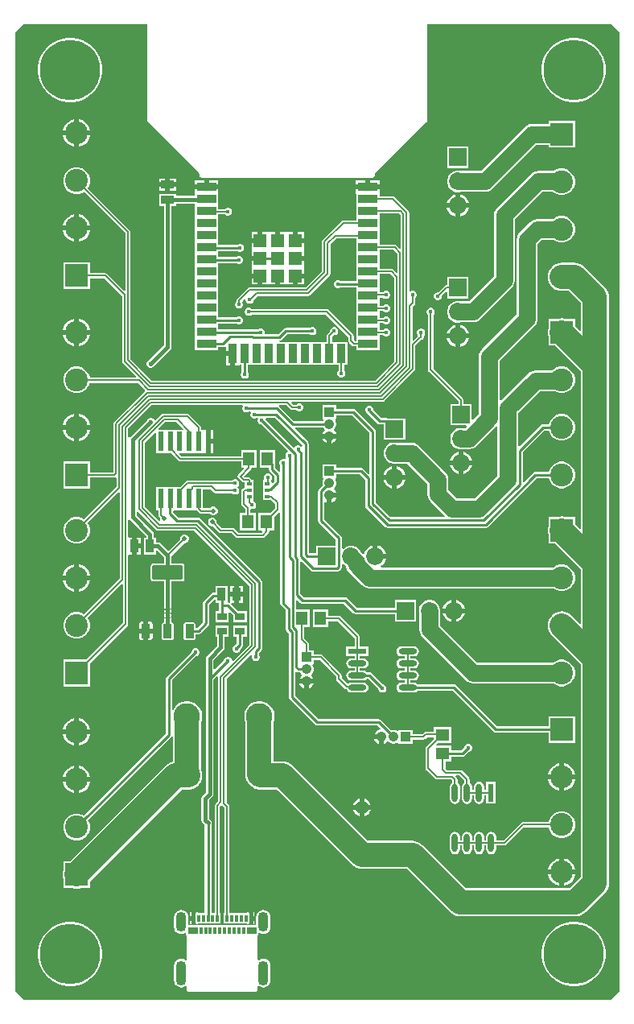
<source format=gtl>
G04*
G04 #@! TF.GenerationSoftware,Altium Limited,Altium Designer,22.7.1 (60)*
G04*
G04 Layer_Physical_Order=1*
G04 Layer_Color=255*
%FSLAX25Y25*%
%MOIN*%
G70*
G04*
G04 #@! TF.SameCoordinates,2BF9A078-D696-49FA-A729-B53DB30398E2*
G04*
G04*
G04 #@! TF.FilePolarity,Positive*
G04*
G01*
G75*
%ADD13C,0.01000*%
%ADD14C,0.00500*%
%ADD16C,0.00394*%
%ADD17R,0.01968X0.07874*%
%ADD18R,0.04953X0.05756*%
%ADD19R,0.01968X0.01575*%
%ADD20R,0.03937X0.03150*%
%ADD21R,0.02410X0.07597*%
G04:AMPARAMS|DCode=22|XSize=75.97mil|YSize=24.1mil|CornerRadius=12.05mil|HoleSize=0mil|Usage=FLASHONLY|Rotation=270.000|XOffset=0mil|YOffset=0mil|HoleType=Round|Shape=RoundedRectangle|*
%AMROUNDEDRECTD22*
21,1,0.07597,0.00000,0,0,270.0*
21,1,0.05187,0.02410,0,0,270.0*
1,1,0.02410,0.00000,-0.02594*
1,1,0.02410,0.00000,0.02594*
1,1,0.02410,0.00000,0.02594*
1,1,0.02410,0.00000,-0.02594*
%
%ADD22ROUNDEDRECTD22*%
G04:AMPARAMS|DCode=23|XSize=35.43mil|YSize=57.09mil|CornerRadius=1.95mil|HoleSize=0mil|Usage=FLASHONLY|Rotation=180.000|XOffset=0mil|YOffset=0mil|HoleType=Round|Shape=RoundedRectangle|*
%AMROUNDEDRECTD23*
21,1,0.03543,0.05319,0,0,180.0*
21,1,0.03154,0.05709,0,0,180.0*
1,1,0.00390,-0.01577,0.02659*
1,1,0.00390,0.01577,0.02659*
1,1,0.00390,0.01577,-0.02659*
1,1,0.00390,-0.01577,-0.02659*
%
%ADD23ROUNDEDRECTD23*%
G04:AMPARAMS|DCode=24|XSize=124.02mil|YSize=57.09mil|CornerRadius=2mil|HoleSize=0mil|Usage=FLASHONLY|Rotation=180.000|XOffset=0mil|YOffset=0mil|HoleType=Round|Shape=RoundedRectangle|*
%AMROUNDEDRECTD24*
21,1,0.12402,0.05309,0,0,180.0*
21,1,0.12002,0.05709,0,0,180.0*
1,1,0.00400,-0.06001,0.02655*
1,1,0.00400,0.06001,0.02655*
1,1,0.00400,0.06001,-0.02655*
1,1,0.00400,-0.06001,-0.02655*
%
%ADD24ROUNDEDRECTD24*%
%ADD25R,0.03248X0.05217*%
G04:AMPARAMS|DCode=26|XSize=75.97mil|YSize=24.1mil|CornerRadius=12.05mil|HoleSize=0mil|Usage=FLASHONLY|Rotation=0.000|XOffset=0mil|YOffset=0mil|HoleType=Round|Shape=RoundedRectangle|*
%AMROUNDEDRECTD26*
21,1,0.07597,0.00000,0,0,0.0*
21,1,0.05187,0.02410,0,0,0.0*
1,1,0.02410,0.02594,0.00000*
1,1,0.02410,-0.02594,0.00000*
1,1,0.02410,-0.02594,0.00000*
1,1,0.02410,0.02594,0.00000*
%
%ADD26ROUNDEDRECTD26*%
%ADD27R,0.07597X0.02410*%
%ADD28R,0.05756X0.04953*%
%ADD29R,0.05217X0.03248*%
%ADD30R,0.03937X0.02756*%
%ADD31R,0.01181X0.02756*%
%ADD32R,0.05236X0.05236*%
%ADD33R,0.03543X0.07874*%
%ADD34R,0.07874X0.03543*%
%ADD43R,0.07284X0.07284*%
%ADD44C,0.07284*%
%ADD46R,0.07284X0.07284*%
G04:AMPARAMS|DCode=52|XSize=43.31mil|YSize=102.36mil|CornerRadius=21.65mil|HoleSize=0mil|Usage=FLASHONLY|Rotation=0.000|XOffset=0mil|YOffset=0mil|HoleType=Round|Shape=RoundedRectangle|*
%AMROUNDEDRECTD52*
21,1,0.04331,0.05906,0,0,0.0*
21,1,0.00000,0.10236,0,0,0.0*
1,1,0.04331,0.00000,-0.02953*
1,1,0.04331,0.00000,-0.02953*
1,1,0.04331,0.00000,0.02953*
1,1,0.04331,0.00000,0.02953*
%
%ADD52ROUNDEDRECTD52*%
G04:AMPARAMS|DCode=53|XSize=43.31mil|YSize=82.68mil|CornerRadius=21.65mil|HoleSize=0mil|Usage=FLASHONLY|Rotation=0.000|XOffset=0mil|YOffset=0mil|HoleType=Round|Shape=RoundedRectangle|*
%AMROUNDEDRECTD53*
21,1,0.04331,0.03937,0,0,0.0*
21,1,0.00000,0.08268,0,0,0.0*
1,1,0.04331,0.00000,-0.01968*
1,1,0.04331,0.00000,-0.01968*
1,1,0.04331,0.00000,0.01968*
1,1,0.04331,0.00000,0.01968*
%
%ADD53ROUNDEDRECTD53*%
%ADD57C,0.01500*%
%ADD58C,0.00700*%
%ADD59C,0.10000*%
%ADD60C,0.01100*%
%ADD61C,0.07000*%
%ADD62C,0.00350*%
%ADD63C,0.09449*%
%ADD64R,0.09449X0.09449*%
%ADD65C,0.25000*%
%ADD66C,0.11000*%
%ADD67R,0.04134X0.04134*%
%ADD68C,0.04134*%
%ADD69R,0.04134X0.04134*%
%ADD70C,0.10000*%
%ADD71C,0.05512*%
%ADD72C,0.01772*%
%ADD73C,0.02000*%
%ADD74C,0.05000*%
G36*
X345654Y468171D02*
Y71199D01*
X342187Y67732D01*
X98758Y67732D01*
X95291Y71199D01*
Y468171D01*
X98758Y471638D01*
X150000D01*
Y431500D01*
X171751Y409749D01*
Y408894D01*
X171813Y408582D01*
X171990Y408317D01*
X172255Y408140D01*
X172567Y408078D01*
X243433D01*
X243745Y408140D01*
X244010Y408317D01*
X244187Y408582D01*
X244249Y408894D01*
Y409749D01*
X265500Y431000D01*
X266000D01*
Y471638D01*
X342187D01*
X345654Y468171D01*
D02*
G37*
%LPC*%
G36*
X327818Y466056D02*
X325725D01*
X323657Y465728D01*
X321666Y465082D01*
X319801Y464131D01*
X318107Y462901D01*
X316627Y461420D01*
X315396Y459727D01*
X314446Y457861D01*
X313799Y455870D01*
X313472Y453803D01*
Y451709D01*
X313799Y449642D01*
X314446Y447650D01*
X315396Y445785D01*
X316627Y444092D01*
X318107Y442611D01*
X319801Y441381D01*
X321666Y440430D01*
X323657Y439783D01*
X325725Y439456D01*
X327818D01*
X329886Y439783D01*
X331877Y440430D01*
X333742Y441381D01*
X335436Y442611D01*
X336916Y444092D01*
X338147Y445785D01*
X339097Y447650D01*
X339744Y449642D01*
X340072Y451709D01*
Y453803D01*
X339744Y455870D01*
X339097Y457861D01*
X338147Y459727D01*
X336916Y461420D01*
X335436Y462901D01*
X333742Y464131D01*
X331877Y465082D01*
X329886Y465728D01*
X327818Y466056D01*
D02*
G37*
G36*
X119157D02*
X117063D01*
X114996Y465728D01*
X113005Y465082D01*
X111140Y464131D01*
X109446Y462901D01*
X107966Y461420D01*
X106735Y459727D01*
X105785Y457861D01*
X105138Y455870D01*
X104810Y453803D01*
Y451709D01*
X105138Y449642D01*
X105785Y447650D01*
X106735Y445785D01*
X107966Y444092D01*
X109446Y442611D01*
X111140Y441381D01*
X113005Y440430D01*
X114996Y439783D01*
X117063Y439456D01*
X119157D01*
X121225Y439783D01*
X123216Y440430D01*
X125081Y441381D01*
X126775Y442611D01*
X128255Y444092D01*
X129485Y445785D01*
X130436Y447650D01*
X131083Y449642D01*
X131410Y451709D01*
Y453803D01*
X131083Y455870D01*
X130436Y457861D01*
X129485Y459727D01*
X128255Y461420D01*
X126775Y462901D01*
X125081Y464131D01*
X123216Y465082D01*
X121225Y465728D01*
X119157Y466056D01*
D02*
G37*
G36*
X121772Y432186D02*
Y427528D01*
X126430D01*
X126106Y428737D01*
X125352Y430042D01*
X124286Y431108D01*
X122981Y431862D01*
X121772Y432186D01*
D02*
G37*
G36*
X119772D02*
X118562Y431862D01*
X117257Y431108D01*
X116191Y430042D01*
X115437Y428737D01*
X115113Y427528D01*
X119772D01*
Y432186D01*
D02*
G37*
G36*
X126430Y425528D02*
X121772D01*
Y420869D01*
X122981Y421193D01*
X124286Y421947D01*
X125352Y423013D01*
X126106Y424318D01*
X126430Y425528D01*
D02*
G37*
G36*
X119772D02*
X115113D01*
X115437Y424318D01*
X116191Y423013D01*
X117257Y421947D01*
X118562Y421193D01*
X119772Y420869D01*
Y425528D01*
D02*
G37*
G36*
X327253Y431552D02*
X316204D01*
Y430365D01*
X309528D01*
X308405Y430217D01*
X307359Y429784D01*
X306461Y429094D01*
X288258Y410891D01*
X279497D01*
X279309Y410942D01*
X278140D01*
X277010Y410639D01*
X275997Y410054D01*
X275170Y409227D01*
X274585Y408214D01*
X274283Y407085D01*
Y405915D01*
X274585Y404786D01*
X275170Y403773D01*
X275997Y402946D01*
X277010Y402361D01*
X278140Y402058D01*
X279309D01*
X279902Y402217D01*
X290054D01*
X291177Y402365D01*
X292223Y402798D01*
X293121Y403487D01*
X311324Y421691D01*
X316204D01*
Y420503D01*
X327253D01*
Y431552D01*
D02*
G37*
G36*
X283166Y420942D02*
X274283D01*
Y412058D01*
X283166D01*
Y420942D01*
D02*
G37*
G36*
X162108Y407774D02*
X159500D01*
Y406150D01*
X162108D01*
Y407774D01*
D02*
G37*
G36*
X157500D02*
X154892D01*
Y406150D01*
X157500D01*
Y407774D01*
D02*
G37*
G36*
X246402Y406980D02*
X242465D01*
Y405209D01*
X246402D01*
Y406980D01*
D02*
G37*
G36*
X240465D02*
X236528D01*
Y405209D01*
X240465D01*
Y406980D01*
D02*
G37*
G36*
X179472D02*
X175535D01*
Y405209D01*
X179472D01*
Y406980D01*
D02*
G37*
G36*
X173535D02*
X169598D01*
Y405209D01*
X173535D01*
Y406980D01*
D02*
G37*
G36*
X162108Y404150D02*
X159500D01*
Y402526D01*
X162108D01*
Y404150D01*
D02*
G37*
G36*
X157500D02*
X154892D01*
Y402526D01*
X157500D01*
Y404150D01*
D02*
G37*
G36*
X322456Y411867D02*
X321001D01*
X319596Y411490D01*
X318464Y410837D01*
X312000D01*
X310877Y410689D01*
X309831Y410256D01*
X308933Y409567D01*
X294933Y395567D01*
X294244Y394669D01*
X293811Y393622D01*
X293663Y392500D01*
Y367297D01*
X283258Y356891D01*
X279497D01*
X279309Y356942D01*
X278140D01*
X277010Y356639D01*
X275997Y356054D01*
X275170Y355227D01*
X274585Y354214D01*
X274283Y353085D01*
Y351915D01*
X274585Y350786D01*
X275170Y349773D01*
X275997Y348946D01*
X277010Y348361D01*
X278140Y348058D01*
X279309D01*
X279902Y348217D01*
X285054D01*
X286177Y348365D01*
X287223Y348798D01*
X288121Y349487D01*
X301067Y362433D01*
X301756Y363331D01*
X302189Y364377D01*
X302337Y365500D01*
Y390704D01*
X313796Y402163D01*
X318095D01*
X318336Y401922D01*
X319596Y401195D01*
X321001Y400818D01*
X322456D01*
X323861Y401195D01*
X325120Y401922D01*
X326149Y402950D01*
X326876Y404210D01*
X327253Y405615D01*
Y407070D01*
X326876Y408475D01*
X326149Y409735D01*
X325120Y410763D01*
X323861Y411490D01*
X322456Y411867D01*
D02*
G37*
G36*
X279724Y401038D02*
Y397500D01*
X283262D01*
X283050Y398292D01*
X282439Y399350D01*
X281575Y400214D01*
X280516Y400825D01*
X279724Y401038D01*
D02*
G37*
G36*
X277724D02*
X276933Y400825D01*
X275874Y400214D01*
X275010Y399350D01*
X274399Y398292D01*
X274187Y397500D01*
X277724D01*
Y401038D01*
D02*
G37*
G36*
X283262Y395500D02*
X279724D01*
Y391963D01*
X280516Y392175D01*
X281575Y392786D01*
X282439Y393650D01*
X283050Y394708D01*
X283262Y395500D01*
D02*
G37*
G36*
X277724D02*
X274187D01*
X274399Y394708D01*
X275010Y393650D01*
X275874Y392786D01*
X276933Y392175D01*
X277724Y391963D01*
Y395500D01*
D02*
G37*
G36*
X121772Y392816D02*
Y388158D01*
X126430D01*
X126106Y389367D01*
X125352Y390672D01*
X124286Y391738D01*
X122981Y392492D01*
X121772Y392816D01*
D02*
G37*
G36*
X119772D02*
X118562Y392492D01*
X117257Y391738D01*
X116191Y390672D01*
X115437Y389367D01*
X115113Y388158D01*
X119772D01*
Y392816D01*
D02*
G37*
G36*
X214906Y385524D02*
X212287D01*
Y382906D01*
X214906D01*
Y385524D01*
D02*
G37*
G36*
X195839D02*
X193220D01*
Y382906D01*
X195839D01*
Y385524D01*
D02*
G37*
G36*
X210287D02*
X205063D01*
Y381906D01*
X203063D01*
Y385524D01*
X197839D01*
Y381906D01*
X196839D01*
Y380906D01*
X193220D01*
Y378287D01*
Y375681D01*
X196839D01*
Y373681D01*
X193220D01*
Y371063D01*
Y368457D01*
X196839D01*
Y367457D01*
X197839D01*
Y363839D01*
X203063D01*
Y367457D01*
X205063D01*
Y363839D01*
X210287D01*
Y367457D01*
X211287D01*
Y368457D01*
X214906D01*
Y371063D01*
Y373681D01*
X211287D01*
Y375681D01*
X214906D01*
Y378287D01*
Y380906D01*
X211287D01*
Y381906D01*
X210287D01*
Y385524D01*
D02*
G37*
G36*
X126430Y386157D02*
X121772D01*
Y381499D01*
X122981Y381823D01*
X124286Y382577D01*
X125352Y383643D01*
X126106Y384948D01*
X126430Y386157D01*
D02*
G37*
G36*
X119772D02*
X115113D01*
X115437Y384948D01*
X116191Y383643D01*
X117257Y382577D01*
X118562Y381823D01*
X119772Y381499D01*
Y386157D01*
D02*
G37*
G36*
X121499Y412367D02*
X120044D01*
X118639Y411990D01*
X117380Y411263D01*
X116351Y410235D01*
X115624Y408975D01*
X115247Y407570D01*
Y406115D01*
X115624Y404710D01*
X116351Y403450D01*
X117380Y402422D01*
X118639Y401695D01*
X120044Y401318D01*
X121499D01*
X122904Y401695D01*
X123856Y402244D01*
X140929Y385171D01*
Y361438D01*
X140468Y361246D01*
X133485Y368229D01*
X133137Y368461D01*
X132728Y368543D01*
X126296D01*
Y372997D01*
X115247D01*
Y361948D01*
X126296D01*
Y366402D01*
X132284D01*
X139629Y359057D01*
Y331961D01*
X139711Y331552D01*
X139943Y331205D01*
X145454Y325694D01*
X145262Y325232D01*
X126253D01*
X125920Y326475D01*
X125192Y327735D01*
X124164Y328763D01*
X122904Y329490D01*
X121499Y329867D01*
X120044D01*
X118639Y329490D01*
X117380Y328763D01*
X116351Y327735D01*
X115624Y326475D01*
X115247Y325070D01*
Y323615D01*
X115624Y322210D01*
X116351Y320951D01*
X117380Y319922D01*
X118639Y319195D01*
X120044Y318818D01*
X121499D01*
X122904Y319195D01*
X124164Y319922D01*
X125192Y320951D01*
X125920Y322210D01*
X126156Y323091D01*
X146218D01*
X149088Y320221D01*
X148996Y319606D01*
X136343Y306953D01*
X136111Y306606D01*
X136029Y306196D01*
Y286043D01*
X136029Y286043D01*
X126296D01*
Y290497D01*
X115247D01*
Y279448D01*
X126296D01*
Y283902D01*
X136472D01*
X136829Y283973D01*
X136930Y283951D01*
X137329Y283681D01*
Y280099D01*
X123856Y266626D01*
X122904Y267176D01*
X121499Y267552D01*
X120044D01*
X118639Y267176D01*
X117380Y266448D01*
X116351Y265420D01*
X115624Y264160D01*
X115247Y262755D01*
Y261300D01*
X115624Y259895D01*
X116351Y258635D01*
X117380Y257607D01*
X118639Y256880D01*
X120044Y256503D01*
X121499D01*
X122904Y256880D01*
X124164Y257607D01*
X125192Y258635D01*
X125920Y259895D01*
X126296Y261300D01*
Y262755D01*
X125920Y264160D01*
X125370Y265112D01*
X138168Y277909D01*
X138629Y277718D01*
Y242029D01*
X123856Y227256D01*
X122904Y227805D01*
X121499Y228182D01*
X120044D01*
X118639Y227805D01*
X117380Y227078D01*
X116351Y226049D01*
X115624Y224790D01*
X115247Y223385D01*
Y221930D01*
X115624Y220525D01*
X116351Y219265D01*
X117380Y218237D01*
X118639Y217510D01*
X120044Y217133D01*
X121499D01*
X122904Y217510D01*
X124164Y218237D01*
X125192Y219265D01*
X125920Y220525D01*
X126296Y221930D01*
Y223385D01*
X125920Y224790D01*
X125370Y225742D01*
X139468Y239839D01*
X139929Y239648D01*
Y223644D01*
X124782Y208497D01*
X115247D01*
Y197448D01*
X126296D01*
Y206983D01*
X141757Y222444D01*
X141989Y222791D01*
X142071Y223201D01*
X142071Y223201D01*
Y251456D01*
X142226Y251892D01*
X142571Y251892D01*
X143850D01*
Y255500D01*
Y259108D01*
X142226D01*
X142071Y259544D01*
Y266518D01*
X142154Y266578D01*
X142833Y266456D01*
X142883Y266383D01*
X149569Y259696D01*
Y258908D01*
X148726D01*
Y252092D01*
X153574D01*
Y253484D01*
X154074Y253691D01*
X156920Y250845D01*
Y248280D01*
X152499D01*
X152109Y248203D01*
X151778Y247982D01*
X151557Y247651D01*
X151480Y247261D01*
Y241952D01*
X151557Y241562D01*
X151778Y241231D01*
X152109Y241010D01*
X152499Y240932D01*
X156920D01*
Y224067D01*
X156535Y223990D01*
X156206Y223770D01*
X155986Y223441D01*
X155909Y223053D01*
Y217734D01*
X155986Y217346D01*
X156206Y217017D01*
X156535Y216797D01*
X156923Y216720D01*
X160077D01*
X160465Y216797D01*
X160794Y217017D01*
X161014Y217346D01*
X161091Y217734D01*
Y223053D01*
X161014Y223441D01*
X160794Y223770D01*
X160465Y223990D01*
X160080Y224067D01*
Y240932D01*
X164501D01*
X164891Y241010D01*
X165222Y241231D01*
X165443Y241562D01*
X165520Y241952D01*
Y247261D01*
X165443Y247651D01*
X165222Y247982D01*
X164891Y248203D01*
X164501Y248280D01*
X160080D01*
Y251422D01*
X165358Y256700D01*
X165858D01*
X166520Y256974D01*
X167026Y257480D01*
X167300Y258142D01*
Y258858D01*
X167026Y259520D01*
X166520Y260026D01*
X165858Y260300D01*
X165142D01*
X164480Y260026D01*
X163974Y259520D01*
X163700Y258858D01*
Y258358D01*
X158788Y253447D01*
X155617Y256617D01*
X155105Y256960D01*
X154500Y257080D01*
X153574D01*
Y258908D01*
X152730D01*
Y260350D01*
X152610Y260955D01*
X152267Y261468D01*
X145580Y268155D01*
Y269660D01*
X146080Y269867D01*
X153705Y262243D01*
X154052Y262011D01*
X154462Y261929D01*
X169526D01*
X192429Y239026D01*
Y214782D01*
X185686Y208038D01*
X185186Y208245D01*
Y208335D01*
X184929Y208955D01*
X184455Y209429D01*
X183835Y209686D01*
X183165D01*
X182545Y209429D01*
X182071Y208955D01*
X181814Y208335D01*
Y208257D01*
X177974Y204417D01*
X177512Y204608D01*
Y208277D01*
X181617Y212383D01*
X181960Y212895D01*
X182080Y213500D01*
Y218003D01*
X183768D01*
Y222753D01*
X178232D01*
Y218003D01*
X178920D01*
Y214155D01*
X174814Y210049D01*
X174471Y209536D01*
X174351Y208931D01*
Y200500D01*
Y153586D01*
X172947Y152182D01*
X172604Y151669D01*
X172484Y151064D01*
Y142005D01*
X172604Y141400D01*
X172947Y140887D01*
X173820Y140014D01*
Y103635D01*
X170882D01*
Y103835D01*
X170291D01*
Y103635D01*
X169869D01*
Y101457D01*
Y99278D01*
X170291D01*
Y99079D01*
X170882D01*
Y99279D01*
X180524D01*
Y103635D01*
X180102D01*
Y147588D01*
X180594Y148080D01*
X181234Y148013D01*
X181914Y147334D01*
Y103635D01*
X181680D01*
Y99279D01*
X191323D01*
Y99079D01*
X191913D01*
Y99278D01*
X192336D01*
Y101457D01*
Y103635D01*
X191913D01*
Y103835D01*
X191323D01*
Y103635D01*
X184055D01*
Y147777D01*
X184055Y147777D01*
X183973Y148187D01*
X183741Y148534D01*
X183741Y148534D01*
X183479Y148797D01*
X183479Y148797D01*
X182871Y149405D01*
Y200357D01*
X193072Y210559D01*
X193496Y210275D01*
X193314Y209835D01*
Y209165D01*
X193571Y208545D01*
X194045Y208071D01*
X194665Y207814D01*
X195335D01*
X195955Y208071D01*
X196429Y208545D01*
X196686Y209165D01*
Y209835D01*
X196429Y210455D01*
X196403Y210481D01*
Y211337D01*
X197437Y212371D01*
X197725Y212801D01*
X197826Y213308D01*
Y240500D01*
X197725Y241007D01*
X197437Y241437D01*
X171937Y266937D01*
X171507Y267225D01*
X171000Y267325D01*
X163049D01*
X160826Y269549D01*
Y270098D01*
X161179Y270452D01*
X161716D01*
X161847Y270452D01*
X165153D01*
X165284Y270452D01*
Y270452D01*
X165653D01*
Y270452D01*
X169090D01*
X169221Y270452D01*
Y270452D01*
X169590D01*
Y270452D01*
X170483D01*
X170671Y270171D01*
X171671Y269171D01*
X172051Y268917D01*
X172500Y268828D01*
X176127D01*
X176480Y268474D01*
X177142Y268200D01*
X177858D01*
X178520Y268474D01*
X179026Y268980D01*
X179300Y269642D01*
Y270358D01*
X179026Y271020D01*
X178520Y271526D01*
X177858Y271800D01*
X177142D01*
X176480Y271526D01*
X176127Y271172D01*
X173158D01*
Y279129D01*
X176285D01*
X177671Y277743D01*
X178018Y277511D01*
X178428Y277429D01*
X185187D01*
X185545Y277071D01*
X186165Y276814D01*
X186835D01*
X187455Y277071D01*
X187929Y277545D01*
X188186Y278165D01*
Y278835D01*
X187929Y279455D01*
X187711Y279673D01*
X187501Y280000D01*
X187711Y280327D01*
X187929Y280545D01*
X188186Y281165D01*
Y281835D01*
X187929Y282455D01*
X187455Y282929D01*
X186835Y283186D01*
X186165D01*
X185545Y282929D01*
X185187Y282571D01*
X166858D01*
X166858Y282571D01*
X166449Y282489D01*
X166101Y282257D01*
X163770Y279926D01*
X161847D01*
X161716Y279926D01*
X161347D01*
X161216Y279926D01*
X157779D01*
Y279926D01*
X157410D01*
Y279926D01*
X153842D01*
Y270452D01*
X154555D01*
Y268374D01*
X154637Y267964D01*
X154869Y267617D01*
X155200Y267286D01*
Y266642D01*
X155427Y266094D01*
X155003Y265811D01*
X149021Y271793D01*
Y298430D01*
X153380Y302790D01*
X153842Y302598D01*
Y294074D01*
X157279D01*
X157410Y294074D01*
X157779D01*
X157910Y294074D01*
X159833D01*
X162995Y290912D01*
X162995Y290912D01*
X163342Y290680D01*
X163752Y290599D01*
X188877D01*
Y287991D01*
X190013D01*
X190204Y287529D01*
X187838Y285162D01*
X187605Y284815D01*
X187524Y284405D01*
X187605Y283996D01*
X187838Y283648D01*
X189243Y282243D01*
X189590Y282011D01*
X190000Y281929D01*
X190476D01*
Y279730D01*
X190116Y279658D01*
X189769Y279426D01*
X189769Y279426D01*
X189179Y278836D01*
X188947Y278489D01*
X188865Y278080D01*
Y273064D01*
X188947Y272655D01*
X189179Y272307D01*
X190583Y270903D01*
Y269178D01*
X188377D01*
Y261822D01*
X194930D01*
Y269178D01*
X192724D01*
Y270547D01*
X193140Y270824D01*
X193165Y270814D01*
X193835D01*
X194455Y271071D01*
X194929Y271545D01*
X195186Y272165D01*
Y272835D01*
X194929Y273455D01*
X194455Y273929D01*
X194136Y274061D01*
X194044Y274523D01*
X194044Y274523D01*
Y277082D01*
Y279641D01*
Y282816D01*
X193309D01*
X193249Y283117D01*
X193017Y283464D01*
X192724Y283757D01*
X192377Y283989D01*
X191967Y284071D01*
X190481D01*
X190153Y284451D01*
X192911Y287208D01*
X193143Y287555D01*
X193224Y287965D01*
Y287991D01*
X195430D01*
Y295347D01*
X188877D01*
Y292740D01*
X164195D01*
X163323Y293612D01*
X163514Y294074D01*
X165153D01*
X165284Y294074D01*
X165653D01*
X165784Y294074D01*
X169221D01*
Y294074D01*
X169590D01*
Y294074D01*
X172910D01*
X173327Y293874D01*
X173575Y293874D01*
X174311D01*
Y298811D01*
Y303748D01*
X173327D01*
X172945Y303565D01*
X172707Y303639D01*
X172445Y303902D01*
Y304626D01*
X172363Y305036D01*
X172131Y305383D01*
X167457Y310057D01*
X167110Y310289D01*
X166700Y310371D01*
X156538D01*
X156538Y310371D01*
X156128Y310289D01*
X155781Y310057D01*
X153467Y307743D01*
X152977Y307841D01*
X152929Y307955D01*
X152455Y308429D01*
X151835Y308686D01*
X151165D01*
X150545Y308429D01*
X150071Y307955D01*
X149965Y307700D01*
X142883Y300618D01*
X142833Y300544D01*
X142154Y300422D01*
X142071Y300482D01*
Y304137D01*
X151944Y314010D01*
X189419D01*
X189626Y313510D01*
X189571Y313455D01*
X189314Y312835D01*
Y312165D01*
X189571Y311545D01*
X190045Y311071D01*
X190665Y310814D01*
X191335D01*
X191955Y311071D01*
X192059Y311175D01*
X192637D01*
X192955Y310675D01*
X192814Y310335D01*
Y309665D01*
X193071Y309045D01*
X193545Y308571D01*
X194165Y308314D01*
X194835D01*
X195455Y308571D01*
X195881Y308290D01*
X195955Y308174D01*
X195814Y307835D01*
Y307165D01*
X196071Y306545D01*
X196545Y306071D01*
X197165Y305814D01*
X197311D01*
X208206Y294919D01*
X208109Y294429D01*
X207999Y294384D01*
X207525Y293909D01*
X207269Y293290D01*
Y292619D01*
X207525Y291999D01*
X207509Y291837D01*
X207096Y291578D01*
X206835Y291686D01*
X206165D01*
X205545Y291429D01*
X205071Y290955D01*
X204814Y290335D01*
Y289665D01*
X205071Y289045D01*
X205174Y288941D01*
Y286407D01*
X204675Y286200D01*
X203149Y287726D01*
Y289693D01*
X203123Y289821D01*
Y295347D01*
X196570D01*
Y287991D01*
X200498D01*
Y287177D01*
X200599Y286670D01*
X200886Y286240D01*
X202675Y284451D01*
Y282427D01*
X201986Y281739D01*
X201524Y281930D01*
Y282816D01*
X201524Y282816D01*
X201524D01*
X201539Y283310D01*
X201686Y283665D01*
Y284335D01*
X201429Y284955D01*
X200955Y285429D01*
X200335Y285686D01*
X199665D01*
X199045Y285429D01*
X198571Y284955D01*
X198314Y284335D01*
Y283665D01*
X198459Y283316D01*
X198147Y282816D01*
X197956D01*
Y279641D01*
Y277082D01*
Y274523D01*
X201463D01*
X202929Y273057D01*
Y270999D01*
X201109Y269178D01*
X196070D01*
Y261822D01*
X197483D01*
X197696Y261339D01*
X197482Y261071D01*
X187943D01*
X186257Y262757D01*
X185910Y262989D01*
X185500Y263071D01*
X180944D01*
X178800Y265214D01*
Y265858D01*
X178526Y266520D01*
X178020Y267026D01*
X177358Y267300D01*
X176642D01*
X175980Y267026D01*
X175474Y266520D01*
X175200Y265858D01*
Y265142D01*
X175474Y264480D01*
X175980Y263974D01*
X176642Y263700D01*
X177286D01*
X179743Y261243D01*
X180090Y261011D01*
X180500Y260929D01*
X180500Y260929D01*
X185056D01*
X186743Y259243D01*
X187090Y259011D01*
X187500Y258929D01*
X187500Y258929D01*
X198000D01*
X198410Y259011D01*
X198757Y259243D01*
X200257Y260743D01*
X200489Y261090D01*
X200571Y261500D01*
Y261822D01*
X202623D01*
Y267664D01*
X204675Y269716D01*
X204996Y269641D01*
X205174Y269523D01*
Y231739D01*
X205275Y231232D01*
X205563Y230802D01*
X207251Y229113D01*
Y221338D01*
X207352Y220830D01*
X207640Y220401D01*
X208675Y219366D01*
Y193000D01*
X208775Y192493D01*
X209063Y192063D01*
X219563Y181563D01*
X219993Y181275D01*
X220500Y181175D01*
X245451D01*
X246592Y180033D01*
X246403Y179515D01*
X245816Y179358D01*
X245117Y178954D01*
X244546Y178383D01*
X244142Y177684D01*
X244093Y177500D01*
X247000D01*
Y176500D01*
X248000D01*
Y173593D01*
X248184Y173642D01*
X248883Y174046D01*
X249304Y174466D01*
X249506Y174604D01*
X249957Y174488D01*
X250240Y174206D01*
X250893Y173828D01*
X251623Y173633D01*
X252377D01*
X253107Y173828D01*
X253633Y174132D01*
X254133Y173933D01*
Y173633D01*
X259867D01*
Y175429D01*
X264500D01*
X264910Y175511D01*
X265257Y175743D01*
X265943Y176429D01*
X268822D01*
Y175584D01*
X265743Y172505D01*
X265511Y172158D01*
X265429Y171748D01*
Y163500D01*
X265511Y163090D01*
X265743Y162743D01*
X269243Y159243D01*
X269590Y159011D01*
X270000Y158929D01*
X270000Y158929D01*
X276057D01*
X276429Y158557D01*
Y157688D01*
X276055Y157438D01*
X275611Y156774D01*
X275456Y155992D01*
Y150805D01*
X275611Y150023D01*
X276055Y149360D01*
X276718Y148916D01*
X277500Y148761D01*
X278282Y148916D01*
X278945Y149360D01*
X279389Y150023D01*
X279544Y150805D01*
Y155992D01*
X279389Y156774D01*
X278945Y157438D01*
X278571Y157688D01*
Y159000D01*
X278489Y159410D01*
X278257Y159757D01*
X278257Y159757D01*
X277821Y160193D01*
X278013Y160654D01*
X279332D01*
X281429Y158556D01*
Y157688D01*
X281054Y157438D01*
X280611Y156774D01*
X280456Y155992D01*
Y150805D01*
X280611Y150023D01*
X281054Y149360D01*
X281718Y148916D01*
X282500Y148761D01*
X283282Y148916D01*
X283945Y149360D01*
X284389Y150023D01*
X284544Y150805D01*
Y152328D01*
X285456D01*
Y150805D01*
X285611Y150023D01*
X286054Y149360D01*
X286718Y148916D01*
X287500Y148761D01*
X288282Y148916D01*
X288946Y149360D01*
X289389Y150023D01*
X289544Y150805D01*
Y152328D01*
X290495D01*
Y148800D01*
X294505D01*
Y157997D01*
X290495D01*
Y154469D01*
X289544D01*
Y155992D01*
X289389Y156774D01*
X288946Y157438D01*
X288282Y157881D01*
X287500Y158036D01*
X286718Y157881D01*
X286054Y157438D01*
X285611Y156774D01*
X285456Y155992D01*
Y154469D01*
X284544D01*
Y155992D01*
X284389Y156774D01*
X283945Y157438D01*
X283571Y157688D01*
Y159000D01*
X283489Y159410D01*
X283257Y159757D01*
X280532Y162482D01*
X280185Y162714D01*
X279775Y162796D01*
X274218D01*
X273571Y163444D01*
Y166377D01*
X276178D01*
Y168328D01*
X280654D01*
X281161Y168429D01*
X281591Y168716D01*
X283189Y170314D01*
X283335D01*
X283955Y170571D01*
X284429Y171045D01*
X284686Y171665D01*
Y172335D01*
X284429Y172955D01*
X283955Y173429D01*
X283335Y173686D01*
X282665D01*
X282045Y173429D01*
X281571Y172955D01*
X281314Y172335D01*
Y172189D01*
X280104Y170979D01*
X276178D01*
Y172930D01*
X269849D01*
X269658Y173392D01*
X270336Y174070D01*
X276178D01*
Y180623D01*
X268822D01*
Y178571D01*
X265500D01*
X265090Y178489D01*
X264743Y178257D01*
X264743Y178257D01*
X264057Y177571D01*
X259867D01*
Y179367D01*
X254133D01*
Y179067D01*
X253633Y178868D01*
X253107Y179172D01*
X252377Y179367D01*
X251623D01*
X251137Y179237D01*
X246937Y183437D01*
X246507Y183725D01*
X246000Y183826D01*
X221049D01*
X211326Y193549D01*
Y203215D01*
X211825Y203445D01*
X212078Y203275D01*
X212586Y203174D01*
X213455D01*
X213706Y202740D01*
X213988Y202457D01*
X214104Y202006D01*
X213966Y201803D01*
X213546Y201383D01*
X213142Y200684D01*
X213093Y200500D01*
X216000D01*
X218907D01*
X218858Y200684D01*
X218454Y201383D01*
X218034Y201803D01*
X217896Y202006D01*
X218012Y202457D01*
X218294Y202740D01*
X218671Y203393D01*
X218867Y204123D01*
Y204877D01*
X218671Y205607D01*
X218368Y206133D01*
X218567Y206633D01*
X218867D01*
Y208429D01*
X221557D01*
X228429Y201556D01*
Y200500D01*
X228511Y200090D01*
X228743Y199743D01*
X232021Y196465D01*
X232021Y196465D01*
X232368Y196233D01*
X232646Y196178D01*
X233062Y195554D01*
X233726Y195111D01*
X234508Y194956D01*
X239695D01*
X240477Y195111D01*
X241140Y195554D01*
X241584Y196218D01*
X241739Y197000D01*
X241584Y197782D01*
X241140Y198445D01*
X240477Y198889D01*
X239695Y199044D01*
X234508D01*
X233726Y198889D01*
X233066Y198448D01*
X230571Y200943D01*
Y202000D01*
X230489Y202410D01*
X230257Y202757D01*
X222757Y210257D01*
X222410Y210489D01*
X222000Y210571D01*
X218867D01*
Y212367D01*
X217071D01*
Y215000D01*
X217071Y215000D01*
X216989Y215410D01*
X216757Y215757D01*
X215071Y217443D01*
Y221822D01*
X217430D01*
Y229178D01*
X211702D01*
Y233156D01*
X212164Y233347D01*
X213449Y232063D01*
X213879Y231775D01*
X214386Y231675D01*
X231451D01*
X235338Y227787D01*
X235768Y227500D01*
X236276Y227399D01*
X252558D01*
Y224283D01*
X261442D01*
Y233166D01*
X252558D01*
Y230050D01*
X236825D01*
X232937Y233937D01*
X232507Y234225D01*
X232000Y234326D01*
X214935D01*
X213502Y235758D01*
Y249051D01*
X213964Y249243D01*
X217862Y245345D01*
X218292Y245058D01*
X218799Y244957D01*
X228680D01*
X229187Y245058D01*
X229618Y245345D01*
X230379Y246107D01*
X230666Y246537D01*
X230767Y247044D01*
Y247969D01*
X231267Y248176D01*
X231773Y247670D01*
X231941Y247573D01*
X232318Y247196D01*
X232369Y246812D01*
X232802Y245766D01*
X233491Y244868D01*
X239084Y239276D01*
X239982Y238586D01*
X241028Y238153D01*
X242151Y238005D01*
X318253D01*
X318336Y237922D01*
X319596Y237195D01*
X321001Y236818D01*
X322456D01*
X323861Y237195D01*
X325120Y237922D01*
X326149Y238950D01*
X326876Y240210D01*
X327253Y241615D01*
Y243070D01*
X326876Y244475D01*
X326149Y245735D01*
X325120Y246763D01*
X323861Y247491D01*
X322456Y247867D01*
X321001D01*
X319596Y247491D01*
X318336Y246763D01*
X318253Y246680D01*
X246912D01*
X246778Y247180D01*
X247350Y247510D01*
X248214Y248374D01*
X248825Y249433D01*
X249038Y250224D01*
X244500D01*
Y251224D01*
X243500D01*
Y255762D01*
X242708Y255550D01*
X241650Y254939D01*
X240786Y254075D01*
X240175Y253016D01*
X240015Y252421D01*
X239469Y252313D01*
X238361Y253420D01*
X238054Y253952D01*
X237227Y254779D01*
X236214Y255363D01*
X235085Y255666D01*
X233915D01*
X232786Y255363D01*
X231773Y254779D01*
X231267Y254273D01*
X230767Y254480D01*
Y258815D01*
X230666Y259322D01*
X230379Y259752D01*
X223459Y266673D01*
Y273560D01*
X223958Y273849D01*
X224316Y273642D01*
X224500Y273593D01*
Y276500D01*
X225500D01*
Y277500D01*
X228407D01*
X228358Y277684D01*
X227954Y278383D01*
X227534Y278803D01*
X227396Y279006D01*
X227512Y279457D01*
X227794Y279740D01*
X228171Y280393D01*
X228367Y281123D01*
Y281877D01*
X228171Y282607D01*
X227868Y283133D01*
X228067Y283633D01*
X228367D01*
Y285174D01*
X238151D01*
X240374Y282951D01*
Y272254D01*
X240475Y271747D01*
X240763Y271317D01*
X248617Y263463D01*
X249047Y263175D01*
X249554Y263074D01*
X290234D01*
X290741Y263175D01*
X291171Y263463D01*
X311355Y283647D01*
X316364D01*
X316580Y282840D01*
X317308Y281580D01*
X318336Y280552D01*
X319596Y279824D01*
X321001Y279448D01*
X322456D01*
X323861Y279824D01*
X325120Y280552D01*
X326149Y281580D01*
X326876Y282840D01*
X327253Y284245D01*
Y285700D01*
X326876Y287105D01*
X326149Y288365D01*
X325120Y289393D01*
X323861Y290120D01*
X322456Y290497D01*
X321001D01*
X319596Y290120D01*
X318336Y289393D01*
X317308Y288365D01*
X316580Y287105D01*
X316364Y286298D01*
X310806D01*
X310299Y286197D01*
X309869Y285910D01*
X306087Y282128D01*
X305626Y282319D01*
Y294451D01*
X314507Y303332D01*
X316364D01*
X316580Y302525D01*
X317308Y301265D01*
X318336Y300237D01*
X319596Y299510D01*
X321001Y299133D01*
X322456D01*
X323861Y299510D01*
X325120Y300237D01*
X326149Y301265D01*
X326876Y302525D01*
X327253Y303930D01*
Y305385D01*
X326876Y306790D01*
X326149Y308050D01*
X325120Y309078D01*
X323861Y309805D01*
X322456Y310182D01*
X321001D01*
X319596Y309805D01*
X318336Y309078D01*
X317308Y308050D01*
X316580Y306790D01*
X316364Y305983D01*
X313958D01*
X313450Y305882D01*
X313020Y305595D01*
X304299Y296873D01*
X303837Y297065D01*
Y310703D01*
X312670Y319537D01*
X319003D01*
X319596Y319195D01*
X321001Y318818D01*
X322456D01*
X323861Y319195D01*
X325120Y319922D01*
X326149Y320951D01*
X326876Y322210D01*
X327253Y323615D01*
Y325070D01*
X326876Y326475D01*
X326149Y327735D01*
X325120Y328763D01*
X323861Y329490D01*
X322456Y329867D01*
X321001D01*
X319596Y329490D01*
X318336Y328763D01*
X317784Y328211D01*
X310874D01*
X309751Y328063D01*
X308705Y327630D01*
X307807Y326941D01*
X296537Y315671D01*
X296037Y315818D01*
Y332154D01*
X310567Y346683D01*
X311256Y347581D01*
X311689Y348627D01*
X311837Y349750D01*
Y380603D01*
X313397Y382163D01*
X318464D01*
X319596Y381509D01*
X321001Y381133D01*
X322456D01*
X323861Y381509D01*
X325120Y382237D01*
X326149Y383265D01*
X326876Y384525D01*
X327253Y385930D01*
Y387385D01*
X326876Y388790D01*
X326149Y390050D01*
X325120Y391078D01*
X323861Y391805D01*
X322456Y392182D01*
X321001D01*
X319596Y391805D01*
X318336Y391078D01*
X318095Y390837D01*
X311600D01*
X310478Y390689D01*
X309432Y390256D01*
X308534Y389567D01*
X304433Y385466D01*
X303744Y384568D01*
X303311Y383522D01*
X303163Y382400D01*
Y351547D01*
X288633Y337017D01*
X287944Y336119D01*
X287511Y335072D01*
X287363Y333950D01*
Y310297D01*
X284942Y307875D01*
X284442Y307970D01*
Y314442D01*
X281071D01*
Y316000D01*
X280989Y316410D01*
X280757Y316757D01*
X268571Y328943D01*
Y351186D01*
X268929Y351545D01*
X269186Y352165D01*
Y352835D01*
X268929Y353455D01*
X268455Y353929D01*
X267835Y354186D01*
X267165D01*
X266545Y353929D01*
X266071Y353455D01*
X265814Y352835D01*
Y352165D01*
X266071Y351545D01*
X266429Y351186D01*
Y328500D01*
X266511Y328090D01*
X266743Y327743D01*
X278929Y315557D01*
Y314442D01*
X275558D01*
Y305558D01*
X282136D01*
X282327Y305096D01*
X281622Y304391D01*
X280773D01*
X280585Y304442D01*
X279415D01*
X278286Y304139D01*
X277273Y303554D01*
X276446Y302727D01*
X275861Y301714D01*
X275558Y300585D01*
Y299415D01*
X275861Y298286D01*
X276446Y297273D01*
X277273Y296446D01*
X278286Y295861D01*
X279415Y295558D01*
X280585D01*
X281178Y295717D01*
X283419D01*
X284541Y295865D01*
X285587Y296298D01*
X286486Y296987D01*
X291008Y301510D01*
X291551Y302218D01*
X294663Y305329D01*
X295163Y305182D01*
Y284797D01*
X285703Y275337D01*
X278296D01*
X274837Y278797D01*
Y283000D01*
X274689Y284122D01*
X274256Y285169D01*
X273567Y286067D01*
X262621Y297013D01*
X261723Y297702D01*
X260677Y298135D01*
X259554Y298283D01*
X253678D01*
X253085Y298442D01*
X251915D01*
X250786Y298139D01*
X249773Y297554D01*
X248946Y296727D01*
X248361Y295714D01*
X248058Y294585D01*
Y293415D01*
X248361Y292286D01*
X248946Y291273D01*
X249773Y290446D01*
X250786Y289861D01*
X251915Y289558D01*
X253085D01*
X253273Y289609D01*
X257758D01*
X266163Y281204D01*
Y277000D01*
X266311Y275877D01*
X266744Y274831D01*
X267433Y273933D01*
X273341Y268025D01*
X273211Y267526D01*
X250849D01*
X244826Y273549D01*
Y303000D01*
X244725Y303507D01*
X244437Y303937D01*
X236437Y311937D01*
X236007Y312225D01*
X235500Y312326D01*
X228367D01*
Y313867D01*
X222633D01*
Y308133D01*
X222781D01*
X223003Y307662D01*
X222787Y307326D01*
X210765D01*
X204653Y313437D01*
X204544Y313510D01*
X204696Y314010D01*
X207518D01*
X209285Y312243D01*
X209633Y312011D01*
X210042Y311929D01*
X211672D01*
X212031Y311571D01*
X212650Y311314D01*
X213321D01*
X213941Y311571D01*
X214415Y312045D01*
X214672Y312665D01*
Y313335D01*
X214415Y313955D01*
X213941Y314429D01*
X213321Y314686D01*
X212650D01*
X212031Y314429D01*
X211672Y314071D01*
X210486D01*
X209708Y314848D01*
X209899Y315310D01*
X247554D01*
X247964Y315392D01*
X248311Y315624D01*
X260857Y328170D01*
X261089Y328517D01*
X261171Y328927D01*
X261171Y328927D01*
Y338557D01*
X263554Y340940D01*
X263910Y341011D01*
X264257Y341243D01*
X264489Y341590D01*
X264571Y342000D01*
Y342687D01*
X264929Y343045D01*
X265186Y343665D01*
Y344335D01*
X264929Y344955D01*
X264455Y345429D01*
X263835Y345686D01*
X263165D01*
X262545Y345429D01*
X262071Y344955D01*
X261814Y344335D01*
Y343665D01*
X262071Y343045D01*
X261997Y342411D01*
X260332Y340746D01*
X259871Y340938D01*
Y354557D01*
X260757Y355443D01*
X260757Y355443D01*
X260989Y355790D01*
X261071Y356200D01*
X261071Y356200D01*
Y358187D01*
X261429Y358545D01*
X261686Y359165D01*
Y359835D01*
X261429Y360455D01*
X260955Y360929D01*
X260335Y361186D01*
X259665D01*
X259045Y360929D01*
X258571Y361162D01*
Y393500D01*
X258489Y393910D01*
X258257Y394257D01*
X258257Y394257D01*
X252548Y399966D01*
X252201Y400198D01*
X251791Y400279D01*
X246202D01*
Y401437D01*
X246402D01*
Y403209D01*
X236528D01*
Y401437D01*
X236728D01*
Y396637D01*
Y391637D01*
Y390279D01*
X231209D01*
X230799Y390198D01*
X230452Y389966D01*
X222743Y382257D01*
X222511Y381910D01*
X222429Y381500D01*
Y369443D01*
X215557Y362571D01*
X192500D01*
X192090Y362489D01*
X191743Y362257D01*
X187379Y357893D01*
X187147Y357545D01*
X187065Y357136D01*
Y356938D01*
X187045Y356929D01*
X186571Y356455D01*
X186314Y355835D01*
Y355165D01*
X186571Y354545D01*
X187045Y354071D01*
X187665Y353814D01*
X188335D01*
X188955Y354071D01*
X189429Y354545D01*
X189686Y355165D01*
Y355835D01*
X189429Y356455D01*
X189550Y357036D01*
X190314Y357800D01*
X190814Y357593D01*
Y357165D01*
X191071Y356545D01*
X191545Y356071D01*
X192165Y355814D01*
X192835D01*
X193455Y356071D01*
X193929Y356545D01*
X194186Y357165D01*
Y357372D01*
X195943Y359129D01*
X216539D01*
X216948Y359211D01*
X217296Y359443D01*
X225557Y367705D01*
X225557Y367705D01*
X225789Y368052D01*
X225871Y368461D01*
Y380518D01*
X228363Y383010D01*
X236728D01*
Y381637D01*
Y376637D01*
Y371637D01*
Y366637D01*
Y365325D01*
X230059D01*
X229955Y365429D01*
X229335Y365686D01*
X228665D01*
X228045Y365429D01*
X227571Y364955D01*
X227314Y364335D01*
Y363665D01*
X227571Y363045D01*
X228045Y362571D01*
X228665Y362314D01*
X229335D01*
X229955Y362571D01*
X230059Y362674D01*
X236728D01*
Y356637D01*
Y351637D01*
Y346637D01*
Y341637D01*
Y340297D01*
X236228Y340286D01*
X235571Y340943D01*
Y342500D01*
X235571Y342500D01*
X235489Y342910D01*
X235257Y343257D01*
X235257Y343257D01*
X225257Y353257D01*
X224910Y353489D01*
X224500Y353571D01*
X193314D01*
X192955Y353929D01*
X192335Y354186D01*
X191665D01*
X191045Y353929D01*
X190571Y353455D01*
X190314Y352835D01*
Y352165D01*
X190571Y351545D01*
X191045Y351071D01*
X191665Y350814D01*
X192335D01*
X192955Y351071D01*
X193314Y351429D01*
X224057D01*
X233429Y342057D01*
Y340500D01*
X233482Y340237D01*
X233450Y340210D01*
X233417Y340185D01*
X233017Y340009D01*
X232611Y340009D01*
X232611Y340009D01*
X232610Y340009D01*
X226571D01*
Y342057D01*
X227328Y342814D01*
X227835D01*
X228455Y343071D01*
X228929Y343545D01*
X229186Y344165D01*
Y344835D01*
X228929Y345455D01*
X228455Y345929D01*
X227835Y346186D01*
X227165D01*
X226545Y345929D01*
X226071Y345455D01*
X225814Y344835D01*
Y344328D01*
X224743Y343257D01*
X224511Y342910D01*
X224429Y342500D01*
Y340009D01*
X204895D01*
X204846Y340509D01*
X205253Y340590D01*
X205683Y340877D01*
X207980Y343175D01*
X217441D01*
X217545Y343071D01*
X218165Y342814D01*
X218835D01*
X219455Y343071D01*
X219929Y343545D01*
X220186Y344165D01*
Y344835D01*
X219929Y345455D01*
X219455Y345929D01*
X218835Y346186D01*
X218165D01*
X217545Y345929D01*
X217441Y345826D01*
X207431D01*
X206924Y345725D01*
X206494Y345437D01*
X204197Y343140D01*
X198918D01*
X198641Y343555D01*
X198686Y343665D01*
Y344335D01*
X198429Y344955D01*
X197955Y345429D01*
X197335Y345686D01*
X196665D01*
X196045Y345429D01*
X195941Y345325D01*
X179272D01*
Y347674D01*
X186941D01*
X187045Y347571D01*
X187665Y347314D01*
X188335D01*
X188955Y347571D01*
X189429Y348045D01*
X189686Y348665D01*
Y349335D01*
X189429Y349955D01*
X188955Y350429D01*
X188335Y350686D01*
X187665D01*
X187045Y350429D01*
X186941Y350325D01*
X179272D01*
Y351637D01*
Y356637D01*
Y361637D01*
Y366637D01*
Y372674D01*
X186941D01*
X187045Y372571D01*
X187665Y372314D01*
X188335D01*
X188955Y372571D01*
X189429Y373045D01*
X189686Y373665D01*
Y374335D01*
X189429Y374955D01*
X188955Y375429D01*
X188335Y375686D01*
X187665D01*
X187045Y375429D01*
X186941Y375325D01*
X179272D01*
Y377675D01*
X187441D01*
X187545Y377571D01*
X188165Y377314D01*
X188835D01*
X189455Y377571D01*
X189929Y378045D01*
X190186Y378665D01*
Y379335D01*
X189929Y379955D01*
X189455Y380429D01*
X188835Y380686D01*
X188165D01*
X187545Y380429D01*
X187441Y380326D01*
X179272D01*
Y381637D01*
Y386637D01*
Y391637D01*
Y392929D01*
X182186D01*
X182545Y392571D01*
X183165Y392314D01*
X183835D01*
X184455Y392571D01*
X184929Y393045D01*
X185186Y393665D01*
Y394335D01*
X184929Y394955D01*
X184455Y395429D01*
X183835Y395686D01*
X183165D01*
X182545Y395429D01*
X182186Y395071D01*
X179272D01*
Y396637D01*
Y401437D01*
X179472D01*
Y403209D01*
X169598D01*
Y401437D01*
X169798D01*
Y400610D01*
X161908D01*
Y401274D01*
X155092D01*
Y396426D01*
X156920D01*
Y338655D01*
X150800Y332535D01*
X150545Y332429D01*
X150071Y331955D01*
X149814Y331335D01*
Y330665D01*
X150071Y330045D01*
X150545Y329571D01*
X151165Y329314D01*
X151835D01*
X152455Y329571D01*
X152929Y330045D01*
X153035Y330300D01*
X159617Y336882D01*
X159960Y337395D01*
X160080Y338000D01*
Y396426D01*
X161908D01*
Y397449D01*
X169798D01*
Y391637D01*
Y386637D01*
Y381637D01*
Y376637D01*
Y371637D01*
Y366637D01*
Y361637D01*
Y356637D01*
Y351637D01*
Y346637D01*
Y341637D01*
Y336637D01*
X179272D01*
Y337883D01*
X181509D01*
X182016Y337984D01*
X182228Y338126D01*
X182728Y337863D01*
Y336272D01*
X185500D01*
Y335272D01*
X186500D01*
Y330335D01*
X188272D01*
Y330535D01*
X189174D01*
Y327559D01*
X189071Y327455D01*
X188814Y326835D01*
Y326165D01*
X189071Y325545D01*
X189545Y325071D01*
X190165Y324814D01*
X190835D01*
X191455Y325071D01*
X191929Y325545D01*
X192186Y326165D01*
Y326835D01*
X191929Y327455D01*
X191825Y327559D01*
Y330535D01*
X229429D01*
Y328313D01*
X229071Y327955D01*
X228814Y327335D01*
Y326665D01*
X229071Y326045D01*
X229545Y325571D01*
X230165Y325314D01*
X230835D01*
X231455Y325571D01*
X231929Y326045D01*
X232186Y326665D01*
Y327335D01*
X231929Y327955D01*
X231571Y328313D01*
Y330535D01*
X233072D01*
Y339531D01*
X233072Y339548D01*
X233072Y339548D01*
X233072Y339848D01*
X233171Y339945D01*
X233561Y339998D01*
X233699Y339808D01*
X233572Y339999D01*
X233572D01*
X233743Y339743D01*
X235034Y338452D01*
X235382Y338220D01*
X235791Y338138D01*
X236728D01*
Y336637D01*
X246202D01*
Y341637D01*
Y342929D01*
X247687D01*
X248045Y342571D01*
X248665Y342314D01*
X249335D01*
X249955Y342571D01*
X250429Y343045D01*
X250686Y343665D01*
Y344335D01*
X250429Y344955D01*
X249955Y345429D01*
X249335Y345686D01*
X248665D01*
X248045Y345429D01*
X247687Y345071D01*
X246202D01*
Y347929D01*
X247687D01*
X248045Y347571D01*
X248665Y347314D01*
X249335D01*
X249955Y347571D01*
X250429Y348045D01*
X250686Y348665D01*
Y349335D01*
X250429Y349955D01*
X249955Y350429D01*
X249335Y350686D01*
X248665D01*
X248045Y350429D01*
X247687Y350071D01*
X246202D01*
Y352929D01*
X247687D01*
X248045Y352571D01*
X248665Y352314D01*
X249335D01*
X249955Y352571D01*
X250429Y353045D01*
X250686Y353665D01*
Y354335D01*
X250429Y354955D01*
X249955Y355429D01*
X249335Y355686D01*
X248665D01*
X248045Y355429D01*
X247687Y355071D01*
X246202D01*
Y358429D01*
X247687D01*
X248045Y358071D01*
X248665Y357814D01*
X249335D01*
X249955Y358071D01*
X250429Y358545D01*
X250686Y359165D01*
Y359835D01*
X250429Y360455D01*
X249955Y360929D01*
X249335Y361186D01*
X248665D01*
X248045Y360929D01*
X247687Y360571D01*
X246202D01*
Y366637D01*
Y368138D01*
X250829D01*
X252410Y366557D01*
Y331943D01*
X244537Y324071D01*
X151944D01*
X143071Y332943D01*
Y385614D01*
X142989Y386024D01*
X142757Y386371D01*
X125370Y403758D01*
X125920Y404710D01*
X126296Y406115D01*
Y407570D01*
X125920Y408975D01*
X125192Y410235D01*
X124164Y411263D01*
X122904Y411990D01*
X121499Y412367D01*
D02*
G37*
G36*
X214906Y366457D02*
X212287D01*
Y363839D01*
X214906D01*
Y366457D01*
D02*
G37*
G36*
X195839D02*
X193220D01*
Y363839D01*
X195839D01*
Y366457D01*
D02*
G37*
G36*
X283166Y366942D02*
X274283D01*
Y363937D01*
X274000Y363571D01*
X273590Y363489D01*
X273243Y363257D01*
X270672Y360686D01*
X270165D01*
X269545Y360429D01*
X269071Y359955D01*
X268814Y359335D01*
Y358665D01*
X269071Y358045D01*
X269545Y357571D01*
X270165Y357314D01*
X270835D01*
X271455Y357571D01*
X271929Y358045D01*
X272186Y358665D01*
Y359172D01*
X273821Y360807D01*
X274283Y360615D01*
Y358058D01*
X283166D01*
Y366942D01*
D02*
G37*
G36*
X121772Y349686D02*
Y345028D01*
X126430D01*
X126106Y346237D01*
X125352Y347542D01*
X124286Y348608D01*
X122981Y349362D01*
X121772Y349686D01*
D02*
G37*
G36*
X119772D02*
X118562Y349362D01*
X117257Y348608D01*
X116191Y347542D01*
X115437Y346237D01*
X115113Y345028D01*
X119772D01*
Y349686D01*
D02*
G37*
G36*
X327028Y372800D02*
X321728D01*
X320591Y372689D01*
X319498Y372357D01*
X318491Y371818D01*
X317607Y371094D01*
X316882Y370210D01*
X316344Y369203D01*
X316012Y368109D01*
X315900Y366972D01*
X316012Y365835D01*
X316344Y364742D01*
X316882Y363735D01*
X317607Y362851D01*
X318491Y362127D01*
X319498Y361588D01*
X320591Y361256D01*
X321728Y361144D01*
X324613D01*
X329672Y356086D01*
Y344979D01*
X329210Y344788D01*
X327253Y346745D01*
Y349552D01*
X323497D01*
X322865Y349744D01*
X321728Y349856D01*
X320591Y349744D01*
X319959Y349552D01*
X316204D01*
Y345796D01*
X316012Y345165D01*
X315900Y344028D01*
X316012Y342891D01*
X316204Y342259D01*
Y338503D01*
X319011D01*
X329672Y327842D01*
Y262979D01*
X329210Y262788D01*
X327253Y264745D01*
Y267552D01*
X323497D01*
X322865Y267744D01*
X321728Y267856D01*
X320591Y267744D01*
X319959Y267552D01*
X316204D01*
Y263796D01*
X316012Y263165D01*
X315900Y262028D01*
X316012Y260891D01*
X316204Y260259D01*
Y256503D01*
X319011D01*
X329672Y245842D01*
Y223609D01*
X329210Y223418D01*
X325849Y226779D01*
X324966Y227503D01*
X323959Y228042D01*
X322865Y228374D01*
X321728Y228485D01*
X320591Y228374D01*
X319498Y228042D01*
X318491Y227503D01*
X317607Y226779D01*
X316882Y225895D01*
X316344Y224888D01*
X316012Y223795D01*
X315900Y222657D01*
X316012Y221520D01*
X316344Y220427D01*
X316882Y219420D01*
X317607Y218536D01*
X329672Y206472D01*
Y118414D01*
X325086Y113828D01*
X282015D01*
X264065Y131779D01*
X263182Y132503D01*
X262174Y133042D01*
X261081Y133374D01*
X259944Y133485D01*
X241414D01*
X210279Y164621D01*
X209395Y165346D01*
X208388Y165884D01*
X207295Y166216D01*
X206157Y166328D01*
X202328D01*
Y182607D01*
X202558Y183162D01*
X202800Y184379D01*
Y185620D01*
X202558Y186838D01*
X202083Y187984D01*
X201394Y189016D01*
X200516Y189893D01*
X199484Y190583D01*
X198338Y191058D01*
X197120Y191300D01*
X195879D01*
X194662Y191058D01*
X193516Y190583D01*
X192484Y189893D01*
X191606Y189016D01*
X190917Y187984D01*
X190442Y186838D01*
X190200Y185620D01*
Y184379D01*
X190442Y183162D01*
X190672Y182607D01*
Y161000D01*
X190784Y159863D01*
X191116Y158770D01*
X191654Y157762D01*
X192379Y156879D01*
X192879Y156379D01*
X193100Y156197D01*
X193303Y155995D01*
X193541Y155836D01*
X193762Y155654D01*
X194015Y155519D01*
X194253Y155360D01*
X194517Y155251D01*
X194770Y155116D01*
X195044Y155033D01*
X195308Y154923D01*
X195589Y154867D01*
X195863Y154784D01*
X196148Y154756D01*
X196429Y154700D01*
X196715D01*
X197000Y154672D01*
X203743D01*
X234879Y123536D01*
X235762Y122812D01*
X236770Y122273D01*
X237863Y121941D01*
X239000Y121829D01*
X257530D01*
X275480Y103879D01*
X276363Y103154D01*
X277371Y102616D01*
X278464Y102284D01*
X279601Y102172D01*
X327500D01*
X328637Y102284D01*
X329730Y102616D01*
X330738Y103154D01*
X331621Y103879D01*
X339621Y111879D01*
X340346Y112762D01*
X340884Y113770D01*
X341216Y114863D01*
X341328Y116000D01*
Y208886D01*
Y248256D01*
Y330256D01*
Y358500D01*
X341216Y359637D01*
X340884Y360730D01*
X340346Y361738D01*
X339621Y362621D01*
X331149Y371094D01*
X330265Y371818D01*
X329258Y372357D01*
X328165Y372689D01*
X327028Y372800D01*
D02*
G37*
G36*
X279724Y347038D02*
Y343500D01*
X283262D01*
X283050Y344292D01*
X282439Y345350D01*
X281575Y346214D01*
X280516Y346825D01*
X279724Y347038D01*
D02*
G37*
G36*
X277724D02*
X276933Y346825D01*
X275874Y346214D01*
X275010Y345350D01*
X274399Y344292D01*
X274187Y343500D01*
X277724D01*
Y347038D01*
D02*
G37*
G36*
X126430Y343028D02*
X121772D01*
Y338369D01*
X122981Y338693D01*
X124286Y339447D01*
X125352Y340513D01*
X126106Y341818D01*
X126430Y343028D01*
D02*
G37*
G36*
X119772D02*
X115113D01*
X115437Y341818D01*
X116191Y340513D01*
X117257Y339447D01*
X118562Y338693D01*
X119772Y338369D01*
Y343028D01*
D02*
G37*
G36*
X283262Y341500D02*
X279724D01*
Y337963D01*
X280516Y338175D01*
X281575Y338786D01*
X282439Y339650D01*
X283050Y340708D01*
X283262Y341500D01*
D02*
G37*
G36*
X277724D02*
X274187D01*
X274399Y340708D01*
X275010Y339650D01*
X275874Y338786D01*
X276933Y338175D01*
X277724Y337963D01*
Y341500D01*
D02*
G37*
G36*
X184500Y334272D02*
X182728D01*
Y330335D01*
X184500D01*
Y334272D01*
D02*
G37*
G36*
X121772Y310316D02*
Y305658D01*
X126430D01*
X126106Y306867D01*
X125352Y308172D01*
X124286Y309238D01*
X122981Y309992D01*
X121772Y310316D01*
D02*
G37*
G36*
X119772D02*
X118562Y309992D01*
X117257Y309238D01*
X116191Y308172D01*
X115437Y306867D01*
X115113Y305658D01*
X119772D01*
Y310316D01*
D02*
G37*
G36*
X176311Y303748D02*
Y299811D01*
X177295D01*
Y303748D01*
X176311D01*
D02*
G37*
G36*
X242335Y313686D02*
X241665D01*
X241045Y313429D01*
X240571Y312955D01*
X240314Y312335D01*
Y311665D01*
X240571Y311045D01*
X241045Y310571D01*
X241062Y310564D01*
X241063Y310563D01*
X245421Y306205D01*
X245851Y305917D01*
X246358Y305816D01*
X248058D01*
Y299558D01*
X256942D01*
Y308442D01*
X249486D01*
X249358Y308467D01*
X246907D01*
X243686Y311689D01*
Y312335D01*
X243429Y312955D01*
X242955Y313429D01*
X242335Y313686D01*
D02*
G37*
G36*
X126430Y303658D02*
X121772D01*
Y298999D01*
X122981Y299323D01*
X124286Y300077D01*
X125352Y301143D01*
X126106Y302448D01*
X126430Y303658D01*
D02*
G37*
G36*
X119772D02*
X115113D01*
X115437Y302448D01*
X116191Y301143D01*
X117257Y300077D01*
X118562Y299323D01*
X119772Y298999D01*
Y303658D01*
D02*
G37*
G36*
X177295Y297811D02*
X176311D01*
Y293874D01*
X177295D01*
Y297811D01*
D02*
G37*
G36*
X281000Y294537D02*
Y291000D01*
X284538D01*
X284325Y291792D01*
X283714Y292850D01*
X282850Y293714D01*
X281792Y294325D01*
X281000Y294537D01*
D02*
G37*
G36*
X279000D02*
X278208Y294325D01*
X277150Y293714D01*
X276286Y292850D01*
X275675Y291792D01*
X275463Y291000D01*
X279000D01*
Y294537D01*
D02*
G37*
G36*
X284538Y289000D02*
X281000D01*
Y285462D01*
X281792Y285675D01*
X282850Y286286D01*
X283714Y287150D01*
X284325Y288208D01*
X284538Y289000D01*
D02*
G37*
G36*
X279000D02*
X275463D01*
X275675Y288208D01*
X276286Y287150D01*
X277150Y286286D01*
X278208Y285675D01*
X279000Y285462D01*
Y289000D01*
D02*
G37*
G36*
X253500Y288538D02*
Y285000D01*
X257037D01*
X256825Y285792D01*
X256214Y286850D01*
X255350Y287714D01*
X254292Y288325D01*
X253500Y288538D01*
D02*
G37*
G36*
X251500D02*
X250708Y288325D01*
X249650Y287714D01*
X248786Y286850D01*
X248175Y285792D01*
X247962Y285000D01*
X251500D01*
Y288538D01*
D02*
G37*
G36*
X257037Y283000D02*
X253500D01*
Y279463D01*
X254292Y279675D01*
X255350Y280286D01*
X256214Y281150D01*
X256825Y282208D01*
X257037Y283000D01*
D02*
G37*
G36*
X251500D02*
X247962D01*
X248175Y282208D01*
X248786Y281150D01*
X249650Y280286D01*
X250708Y279675D01*
X251500Y279463D01*
Y283000D01*
D02*
G37*
G36*
X228407Y275500D02*
X226500D01*
Y273593D01*
X226684Y273642D01*
X227383Y274046D01*
X227954Y274617D01*
X228358Y275316D01*
X228407Y275500D01*
D02*
G37*
G36*
X145850Y259108D02*
Y256500D01*
X147474D01*
Y259108D01*
X145850D01*
D02*
G37*
G36*
X245500Y255762D02*
Y252224D01*
X249038D01*
X248825Y253016D01*
X248214Y254075D01*
X247350Y254939D01*
X246292Y255550D01*
X245500Y255762D01*
D02*
G37*
G36*
X147474Y254500D02*
X145850D01*
Y251892D01*
X147474D01*
Y254500D01*
D02*
G37*
G36*
X121772Y248001D02*
Y243342D01*
X126430D01*
X126106Y244552D01*
X125352Y245857D01*
X124286Y246923D01*
X122981Y247677D01*
X121772Y248001D01*
D02*
G37*
G36*
X119772D02*
X118562Y247677D01*
X117257Y246923D01*
X116191Y245857D01*
X115437Y244552D01*
X115113Y243342D01*
X119772D01*
Y248001D01*
D02*
G37*
G36*
X126430Y241342D02*
X121772D01*
Y236684D01*
X122981Y237008D01*
X124286Y237762D01*
X125352Y238828D01*
X126106Y240133D01*
X126430Y241342D01*
D02*
G37*
G36*
X119772D02*
X115113D01*
X115437Y240133D01*
X116191Y238828D01*
X117257Y237762D01*
X118562Y237008D01*
X119772Y236684D01*
Y241342D01*
D02*
G37*
G36*
X189774Y239108D02*
X188150D01*
Y236500D01*
X189774D01*
Y239108D01*
D02*
G37*
G36*
X186150D02*
X184526D01*
Y236500D01*
X186150D01*
Y239108D01*
D02*
G37*
G36*
X189774Y234500D02*
X188150D01*
Y231892D01*
X189774D01*
Y234500D01*
D02*
G37*
G36*
X278000Y233262D02*
Y229724D01*
X281538D01*
X281325Y230516D01*
X280714Y231575D01*
X279850Y232439D01*
X278792Y233050D01*
X278000Y233262D01*
D02*
G37*
G36*
X276000D02*
X275208Y233050D01*
X274150Y232439D01*
X273286Y231575D01*
X272675Y230516D01*
X272463Y229724D01*
X276000D01*
Y233262D01*
D02*
G37*
G36*
Y227724D02*
X272463D01*
X272675Y226933D01*
X273286Y225874D01*
X274150Y225010D01*
X275208Y224399D01*
X276000Y224187D01*
Y227724D01*
D02*
G37*
G36*
X281538D02*
X278000D01*
Y224187D01*
X278792Y224399D01*
X279850Y225010D01*
X280714Y225874D01*
X281325Y226933D01*
X281538Y227724D01*
D02*
G37*
G36*
X183274Y238908D02*
X178426D01*
Y236326D01*
X177500D01*
X176993Y236225D01*
X176563Y235937D01*
X173563Y232937D01*
X173275Y232507D01*
X173175Y232000D01*
Y224049D01*
X170845Y221719D01*
X170146D01*
Y223053D01*
X170069Y223441D01*
X169849Y223770D01*
X169520Y223990D01*
X169132Y224067D01*
X165978D01*
X165590Y223990D01*
X165261Y223770D01*
X165041Y223441D01*
X164964Y223053D01*
Y217734D01*
X165041Y217346D01*
X165261Y217017D01*
X165590Y216797D01*
X165978Y216720D01*
X169132D01*
X169520Y216797D01*
X169849Y217017D01*
X170069Y217346D01*
X170146Y217734D01*
Y219068D01*
X171394D01*
X171901Y219169D01*
X172331Y219456D01*
X175437Y222563D01*
X175725Y222993D01*
X175826Y223500D01*
Y231451D01*
X177926Y233552D01*
X178426Y233378D01*
Y232092D01*
X179674D01*
Y228658D01*
X178232D01*
Y223909D01*
X183768D01*
Y227992D01*
X184268Y228200D01*
X185731Y226736D01*
Y223861D01*
X191269D01*
Y228611D01*
X187606D01*
X184825Y231392D01*
X185032Y231892D01*
X186150D01*
Y234500D01*
X184526D01*
Y232314D01*
X184033Y232042D01*
X183526Y232142D01*
X183274D01*
Y238908D01*
D02*
G37*
G36*
X151022Y224271D02*
X150445D01*
Y221394D01*
X152240D01*
Y223053D01*
X152147Y223519D01*
X151883Y223915D01*
X151488Y224179D01*
X151022Y224271D01*
D02*
G37*
G36*
X148445D02*
X147868D01*
X147402Y224179D01*
X147007Y223915D01*
X146743Y223519D01*
X146650Y223053D01*
Y221394D01*
X148445D01*
Y224271D01*
D02*
G37*
G36*
X152240Y219394D02*
X150445D01*
Y216516D01*
X151022D01*
X151488Y216609D01*
X151883Y216873D01*
X152147Y217268D01*
X152240Y217734D01*
Y219394D01*
D02*
G37*
G36*
X148445D02*
X146650D01*
Y217734D01*
X146743Y217268D01*
X147007Y216873D01*
X147402Y216609D01*
X147868Y216516D01*
X148445D01*
Y219394D01*
D02*
G37*
G36*
X191269Y222706D02*
X185731D01*
Y217956D01*
X187174D01*
Y215258D01*
X186559Y214642D01*
X186045Y214429D01*
X185571Y213955D01*
X185314Y213335D01*
Y212665D01*
X185571Y212045D01*
X186045Y211571D01*
X186665Y211314D01*
X187335D01*
X187955Y211571D01*
X188429Y212045D01*
X188686Y212665D01*
Y213020D01*
X189437Y213772D01*
X189725Y214202D01*
X189825Y214709D01*
Y217956D01*
X191269D01*
Y222706D01*
D02*
G37*
G36*
X267585Y233166D02*
X266415D01*
X265286Y232863D01*
X264273Y232279D01*
X263446Y231452D01*
X262861Y230439D01*
X262558Y229309D01*
Y228140D01*
X262717Y227547D01*
Y220946D01*
X262865Y219823D01*
X263298Y218777D01*
X263987Y217879D01*
X281933Y199933D01*
X282831Y199244D01*
X283877Y198811D01*
X285000Y198663D01*
X318225D01*
X318336Y198552D01*
X319596Y197825D01*
X321001Y197448D01*
X322456D01*
X323861Y197825D01*
X325120Y198552D01*
X326149Y199580D01*
X326876Y200840D01*
X327253Y202245D01*
Y203700D01*
X326876Y205105D01*
X326149Y206364D01*
X325120Y207393D01*
X323861Y208120D01*
X322456Y208497D01*
X321001D01*
X319596Y208120D01*
X318336Y207393D01*
X318280Y207337D01*
X286796D01*
X271391Y222742D01*
Y227952D01*
X271442Y228140D01*
Y229309D01*
X271139Y230439D01*
X270554Y231452D01*
X269727Y232279D01*
X268714Y232863D01*
X267585Y233166D01*
D02*
G37*
G36*
X218907Y198500D02*
X217000D01*
Y196593D01*
X217184Y196642D01*
X217883Y197046D01*
X218454Y197617D01*
X218858Y198316D01*
X218907Y198500D01*
D02*
G37*
G36*
X215000D02*
X213093D01*
X213142Y198316D01*
X213546Y197617D01*
X214117Y197046D01*
X214816Y196642D01*
X215000Y196593D01*
Y198500D01*
D02*
G37*
G36*
X225123Y229178D02*
X218570D01*
Y221822D01*
X225123D01*
Y224429D01*
X229057D01*
X236031Y217455D01*
Y214005D01*
X232503D01*
Y209995D01*
X236031D01*
Y209044D01*
X234508D01*
X233726Y208889D01*
X233062Y208446D01*
X232619Y207782D01*
X232464Y207000D01*
X232619Y206218D01*
X233062Y205555D01*
X233726Y205111D01*
X234508Y204956D01*
X236031D01*
Y204044D01*
X234508D01*
X233726Y203889D01*
X233062Y203446D01*
X232619Y202782D01*
X232464Y202000D01*
X232619Y201218D01*
X233062Y200554D01*
X233726Y200111D01*
X234508Y199956D01*
X239695D01*
X240477Y200111D01*
X241140Y200554D01*
X241652Y200474D01*
X245814Y196311D01*
Y196165D01*
X246071Y195545D01*
X246545Y195071D01*
X247165Y194814D01*
X247835D01*
X248455Y195071D01*
X248929Y195545D01*
X249186Y196165D01*
Y196835D01*
X248929Y197455D01*
X248455Y197929D01*
X247835Y198186D01*
X247689D01*
X242937Y202937D01*
X242507Y203225D01*
X242000Y203326D01*
X241221D01*
X241140Y203446D01*
X240477Y203889D01*
X239695Y204044D01*
X238172D01*
Y204956D01*
X239695D01*
X240477Y205111D01*
X241140Y205555D01*
X241584Y206218D01*
X241739Y207000D01*
X241584Y207782D01*
X241140Y208446D01*
X240477Y208889D01*
X239695Y209044D01*
X238172D01*
Y209995D01*
X241700D01*
Y214005D01*
X238172D01*
Y217899D01*
X238090Y218308D01*
X237858Y218656D01*
X230257Y226257D01*
X229910Y226489D01*
X229500Y226571D01*
X225123D01*
Y229178D01*
D02*
G37*
G36*
X121772Y184186D02*
Y179528D01*
X126430D01*
X126106Y180737D01*
X125352Y182042D01*
X124286Y183108D01*
X122981Y183862D01*
X121772Y184186D01*
D02*
G37*
G36*
X119772D02*
X118562Y183862D01*
X117257Y183108D01*
X116191Y182042D01*
X115437Y180737D01*
X115113Y179528D01*
X119772D01*
Y184186D01*
D02*
G37*
G36*
X260492Y214044D02*
X255305D01*
X254523Y213889D01*
X253860Y213445D01*
X253416Y212782D01*
X253261Y212000D01*
X253416Y211218D01*
X253860Y210555D01*
X254523Y210111D01*
X255305Y209956D01*
X256828D01*
Y209044D01*
X255305D01*
X254523Y208889D01*
X253860Y208446D01*
X253416Y207782D01*
X253261Y207000D01*
X253416Y206218D01*
X253860Y205555D01*
X254523Y205111D01*
X255305Y204956D01*
X256828D01*
Y204044D01*
X255305D01*
X254523Y203889D01*
X253860Y203446D01*
X253416Y202782D01*
X253261Y202000D01*
X253416Y201218D01*
X253860Y200554D01*
X254523Y200111D01*
X255305Y199956D01*
X256828D01*
Y199044D01*
X255305D01*
X254523Y198889D01*
X253860Y198445D01*
X253416Y197782D01*
X253261Y197000D01*
X253416Y196218D01*
X253860Y195554D01*
X254523Y195111D01*
X255305Y194956D01*
X260492D01*
X261274Y195111D01*
X261938Y195554D01*
X262018Y195675D01*
X276451D01*
X293535Y178590D01*
X293965Y178303D01*
X294472Y178202D01*
X316204D01*
Y174003D01*
X327253D01*
Y185052D01*
X316204D01*
Y180853D01*
X295022D01*
X277937Y197937D01*
X277507Y198225D01*
X277000Y198326D01*
X262018D01*
X261938Y198445D01*
X261274Y198889D01*
X260492Y199044D01*
X258969D01*
Y199956D01*
X260492D01*
X261274Y200111D01*
X261938Y200554D01*
X262381Y201218D01*
X262536Y202000D01*
X262381Y202782D01*
X261938Y203446D01*
X261274Y203889D01*
X260492Y204044D01*
X258969D01*
Y204956D01*
X260492D01*
X261274Y205111D01*
X261938Y205555D01*
X262381Y206218D01*
X262536Y207000D01*
X262381Y207782D01*
X261938Y208446D01*
X261274Y208889D01*
X260492Y209044D01*
X258969D01*
Y209956D01*
X260492D01*
X261274Y210111D01*
X261938Y210555D01*
X262381Y211218D01*
X262536Y212000D01*
X262381Y212782D01*
X261938Y213445D01*
X261274Y213889D01*
X260492Y214044D01*
D02*
G37*
G36*
X246000Y175500D02*
X244093D01*
X244142Y175316D01*
X244546Y174617D01*
X245117Y174046D01*
X245816Y173642D01*
X246000Y173593D01*
Y175500D01*
D02*
G37*
G36*
X126430Y177528D02*
X121772D01*
Y172869D01*
X122981Y173193D01*
X124286Y173947D01*
X125352Y175013D01*
X126106Y176318D01*
X126430Y177528D01*
D02*
G37*
G36*
X119772D02*
X115113D01*
X115437Y176318D01*
X116191Y175013D01*
X117257Y173947D01*
X118562Y173193D01*
X119772Y172869D01*
Y177528D01*
D02*
G37*
G36*
X322728Y165501D02*
Y160843D01*
X327387D01*
X327063Y162052D01*
X326309Y163357D01*
X325243Y164423D01*
X323938Y165177D01*
X322728Y165501D01*
D02*
G37*
G36*
X320728Y165501D02*
X319519Y165177D01*
X318214Y164423D01*
X317148Y163357D01*
X316394Y162052D01*
X316070Y160843D01*
X320728D01*
Y165501D01*
D02*
G37*
G36*
X121772Y164501D02*
Y159843D01*
X126430D01*
X126106Y161052D01*
X125352Y162357D01*
X124286Y163423D01*
X122981Y164177D01*
X121772Y164501D01*
D02*
G37*
G36*
X119772D02*
X118562Y164177D01*
X117257Y163423D01*
X116191Y162357D01*
X115437Y161052D01*
X115113Y159843D01*
X119772D01*
Y164501D01*
D02*
G37*
G36*
X327387Y158843D02*
X322728D01*
Y154184D01*
X323938Y154508D01*
X325243Y155262D01*
X326309Y156328D01*
X327063Y157633D01*
X327387Y158843D01*
D02*
G37*
G36*
X320728D02*
X316070D01*
X316394Y157633D01*
X317148Y156328D01*
X318214Y155262D01*
X319519Y154508D01*
X320728Y154184D01*
Y158843D01*
D02*
G37*
G36*
X126430Y157843D02*
X121772D01*
Y153184D01*
X122981Y153508D01*
X124286Y154262D01*
X125352Y155328D01*
X126106Y156633D01*
X126430Y157843D01*
D02*
G37*
G36*
X119772D02*
X115113D01*
X115437Y156633D01*
X116191Y155328D01*
X117257Y154262D01*
X118562Y153508D01*
X119772Y153184D01*
Y157843D01*
D02*
G37*
G36*
X240000Y150963D02*
Y148343D01*
X242620D01*
X242500Y148792D01*
X242005Y149649D01*
X241306Y150348D01*
X240450Y150842D01*
X240000Y150963D01*
D02*
G37*
G36*
X238000D02*
X237550Y150842D01*
X236694Y150348D01*
X235995Y149649D01*
X235500Y148792D01*
X235380Y148343D01*
X238000D01*
Y150963D01*
D02*
G37*
G36*
X242620Y146343D02*
X240000D01*
Y143722D01*
X240450Y143843D01*
X241306Y144337D01*
X242005Y145036D01*
X242500Y145893D01*
X242620Y146343D01*
D02*
G37*
G36*
X238000D02*
X235380D01*
X235500Y145893D01*
X235995Y145036D01*
X236694Y144337D01*
X237550Y143843D01*
X238000Y143722D01*
Y146343D01*
D02*
G37*
G36*
X322456Y145682D02*
X321001D01*
X319596Y145305D01*
X318336Y144578D01*
X317308Y143550D01*
X316580Y142290D01*
X316296Y141228D01*
X305658D01*
X305248Y141147D01*
X304901Y140914D01*
X304901Y140914D01*
X297658Y133672D01*
X294544D01*
Y135195D01*
X294389Y135977D01*
X293946Y136640D01*
X293282Y137084D01*
X292500Y137239D01*
X291718Y137084D01*
X291055Y136640D01*
X290611Y135977D01*
X290456Y135195D01*
Y133672D01*
X289544D01*
Y135195D01*
X289389Y135977D01*
X288946Y136640D01*
X288282Y137084D01*
X287500Y137239D01*
X286718Y137084D01*
X286054Y136640D01*
X285611Y135977D01*
X285456Y135195D01*
Y133672D01*
X284544D01*
Y135195D01*
X284389Y135977D01*
X283945Y136640D01*
X283282Y137084D01*
X282500Y137239D01*
X281718Y137084D01*
X281054Y136640D01*
X280611Y135977D01*
X280456Y135195D01*
Y133672D01*
X279544D01*
Y135195D01*
X279389Y135977D01*
X278945Y136640D01*
X278282Y137084D01*
X277500Y137239D01*
X276718Y137084D01*
X276055Y136640D01*
X275611Y135977D01*
X275456Y135195D01*
Y130008D01*
X275611Y129226D01*
X276055Y128562D01*
X276718Y128119D01*
X277500Y127964D01*
X278282Y128119D01*
X278945Y128562D01*
X279389Y129226D01*
X279544Y130008D01*
Y131531D01*
X280456D01*
Y130008D01*
X280611Y129226D01*
X281054Y128562D01*
X281718Y128119D01*
X282500Y127964D01*
X283282Y128119D01*
X283945Y128562D01*
X284389Y129226D01*
X284544Y130008D01*
Y131531D01*
X285456D01*
Y130008D01*
X285611Y129226D01*
X286054Y128562D01*
X286718Y128119D01*
X287500Y127964D01*
X288282Y128119D01*
X288946Y128562D01*
X289389Y129226D01*
X289544Y130008D01*
Y131531D01*
X290456D01*
Y130008D01*
X290611Y129226D01*
X291055Y128562D01*
X291718Y128119D01*
X292500Y127964D01*
X293282Y128119D01*
X293946Y128562D01*
X294389Y129226D01*
X294544Y130008D01*
Y131531D01*
X298101D01*
X298511Y131612D01*
X298858Y131844D01*
X306101Y139087D01*
X316296D01*
X316580Y138025D01*
X317308Y136765D01*
X318336Y135737D01*
X319596Y135010D01*
X321001Y134633D01*
X322456D01*
X323861Y135010D01*
X325120Y135737D01*
X326149Y136765D01*
X326876Y138025D01*
X327253Y139430D01*
Y140885D01*
X326876Y142290D01*
X326149Y143550D01*
X325120Y144578D01*
X323861Y145305D01*
X322456Y145682D01*
D02*
G37*
G36*
X322728Y126131D02*
Y121473D01*
X327387D01*
X327063Y122682D01*
X326309Y123987D01*
X325243Y125053D01*
X323938Y125807D01*
X322728Y126131D01*
D02*
G37*
G36*
X320728Y126131D02*
X319519Y125807D01*
X318214Y125053D01*
X317148Y123987D01*
X316394Y122682D01*
X316070Y121473D01*
X320728D01*
Y126131D01*
D02*
G37*
G36*
X327387Y119473D02*
X322728D01*
Y114814D01*
X323938Y115138D01*
X325243Y115892D01*
X326309Y116958D01*
X327063Y118263D01*
X327387Y119473D01*
D02*
G37*
G36*
X320728D02*
X316070D01*
X316394Y118263D01*
X317148Y116958D01*
X318214Y115892D01*
X319519Y115138D01*
X320728Y114814D01*
Y119473D01*
D02*
G37*
G36*
X170335Y213186D02*
X169665D01*
X169045Y212929D01*
X168571Y212455D01*
X168314Y211835D01*
Y211689D01*
X158063Y201437D01*
X157775Y201007D01*
X157675Y200500D01*
Y177935D01*
X123627Y143888D01*
X122904Y144305D01*
X121499Y144682D01*
X120044D01*
X118639Y144305D01*
X117380Y143578D01*
X116351Y142550D01*
X115624Y141290D01*
X115247Y139885D01*
Y138430D01*
X115624Y137025D01*
X116351Y135765D01*
X117380Y134737D01*
X118639Y134010D01*
X120044Y133633D01*
X121499D01*
X122904Y134010D01*
X124164Y134737D01*
X125192Y135765D01*
X125920Y137025D01*
X126296Y138430D01*
Y139885D01*
X125920Y141290D01*
X125502Y142013D01*
X159937Y176449D01*
X160172Y176800D01*
X160519Y176772D01*
X160672Y176717D01*
Y166217D01*
X160662Y166216D01*
X159569Y165884D01*
X158561Y165346D01*
X157678Y164621D01*
X118054Y124997D01*
X115247D01*
Y121241D01*
X115056Y120609D01*
X114944Y119472D01*
X115056Y118335D01*
X115247Y117704D01*
Y113948D01*
X119003D01*
X119635Y113756D01*
X120772Y113644D01*
X121909Y113756D01*
X122540Y113948D01*
X126296D01*
Y116755D01*
X164213Y154672D01*
X167000D01*
X167285Y154700D01*
X167571D01*
X167852Y154756D01*
X168137Y154784D01*
X168411Y154867D01*
X168692Y154923D01*
X168956Y155032D01*
X169230Y155116D01*
X169483Y155251D01*
X169747Y155360D01*
X169985Y155519D01*
X170238Y155654D01*
X170459Y155836D01*
X170697Y155995D01*
X170900Y156197D01*
X171121Y156379D01*
X171303Y156600D01*
X171505Y156803D01*
X171664Y157041D01*
X171846Y157262D01*
X171981Y157515D01*
X172140Y157753D01*
X172249Y158017D01*
X172384Y158270D01*
X172468Y158544D01*
X172577Y158808D01*
X172633Y159089D01*
X172716Y159363D01*
X172744Y159648D01*
X172800Y159929D01*
Y160215D01*
X172828Y160500D01*
X172800Y160785D01*
Y161071D01*
X172744Y161352D01*
X172716Y161637D01*
X172633Y161911D01*
X172577Y162192D01*
X172468Y162456D01*
X172384Y162730D01*
X172328Y162836D01*
Y182607D01*
X172558Y183162D01*
X172800Y184379D01*
Y185620D01*
X172558Y186838D01*
X172083Y187984D01*
X171394Y189016D01*
X170516Y189893D01*
X169484Y190583D01*
X168338Y191058D01*
X167121Y191300D01*
X165879D01*
X164662Y191058D01*
X163516Y190583D01*
X162484Y189893D01*
X161607Y189016D01*
X160917Y187984D01*
X160826Y187763D01*
X160326Y187863D01*
Y199951D01*
X170189Y209814D01*
X170335D01*
X170955Y210071D01*
X171429Y210545D01*
X171686Y211165D01*
Y211835D01*
X171429Y212455D01*
X170955Y212929D01*
X170335Y213186D01*
D02*
G37*
G36*
X194504Y103835D02*
X193913D01*
Y102457D01*
X194504D01*
Y103835D01*
D02*
G37*
G36*
X168291D02*
X167701D01*
Y102457D01*
X168291D01*
Y103835D01*
D02*
G37*
G36*
X194504Y100457D02*
X193913D01*
Y99079D01*
X194504D01*
Y100457D01*
D02*
G37*
G36*
X168291D02*
X167701D01*
Y99079D01*
X168291D01*
Y100457D01*
D02*
G37*
G36*
X198110Y104802D02*
X197336Y104700D01*
X196615Y104401D01*
X195995Y103926D01*
X195520Y103306D01*
X195221Y102585D01*
X195119Y101811D01*
Y98516D01*
X167085D01*
Y101811D01*
X166983Y102585D01*
X166685Y103306D01*
X166209Y103926D01*
X165590Y104401D01*
X164869Y104700D01*
X164094Y104802D01*
X163320Y104700D01*
X162599Y104401D01*
X161980Y103926D01*
X161504Y103306D01*
X161205Y102585D01*
X161103Y101811D01*
Y97874D01*
X161205Y97100D01*
X161504Y96378D01*
X161980Y95759D01*
X162599Y95284D01*
X163320Y94985D01*
X164094Y94883D01*
X164869Y94985D01*
X165590Y95284D01*
X165681Y95353D01*
X166129Y95132D01*
Y94161D01*
X166388D01*
X166507Y94016D01*
Y84210D01*
X166007Y83963D01*
X165590Y84283D01*
X164869Y84582D01*
X164094Y84684D01*
X163320Y84582D01*
X162599Y84283D01*
X161980Y83808D01*
X161504Y83188D01*
X161205Y82467D01*
X161103Y81693D01*
Y75787D01*
X161205Y75013D01*
X161504Y74292D01*
X161980Y73672D01*
X162599Y73197D01*
X163320Y72898D01*
X164094Y72796D01*
X164869Y72898D01*
X165590Y73197D01*
X166007Y73517D01*
X166507Y73271D01*
Y71772D01*
X166569Y71460D01*
X166746Y71195D01*
X167011Y71018D01*
X167323Y70956D01*
X194882D01*
X195194Y71018D01*
X195459Y71195D01*
X195635Y71460D01*
X195698Y71772D01*
Y73271D01*
X196198Y73517D01*
X196615Y73197D01*
X197336Y72898D01*
X198110Y72796D01*
X198884Y72898D01*
X199606Y73197D01*
X200225Y73672D01*
X200700Y74292D01*
X200999Y75013D01*
X201101Y75787D01*
Y81693D01*
X200999Y82467D01*
X200700Y83188D01*
X200225Y83808D01*
X199606Y84283D01*
X198884Y84582D01*
X198110Y84684D01*
X197336Y84582D01*
X196615Y84283D01*
X196198Y83963D01*
X195698Y84210D01*
Y94016D01*
X195817Y94161D01*
X196076D01*
Y95132D01*
X196524Y95353D01*
X196615Y95284D01*
X197336Y94985D01*
X198110Y94883D01*
X198884Y94985D01*
X199606Y95284D01*
X200225Y95759D01*
X200700Y96378D01*
X200999Y97100D01*
X201101Y97874D01*
Y101811D01*
X200999Y102585D01*
X200700Y103306D01*
X200225Y103926D01*
X199606Y104401D01*
X198884Y104700D01*
X198110Y104802D01*
D02*
G37*
G36*
X327818Y99914D02*
X325725D01*
X323657Y99587D01*
X321666Y98940D01*
X319801Y97989D01*
X318107Y96759D01*
X316627Y95279D01*
X315396Y93585D01*
X314446Y91720D01*
X313799Y89729D01*
X313472Y87661D01*
Y85567D01*
X313799Y83500D01*
X314446Y81509D01*
X315396Y79643D01*
X316627Y77950D01*
X318107Y76469D01*
X319801Y75239D01*
X321666Y74289D01*
X323657Y73642D01*
X325725Y73314D01*
X327818D01*
X329886Y73642D01*
X331877Y74289D01*
X333742Y75239D01*
X335436Y76469D01*
X336916Y77950D01*
X338147Y79643D01*
X339097Y81509D01*
X339744Y83500D01*
X340072Y85567D01*
Y87661D01*
X339744Y89729D01*
X339097Y91720D01*
X338147Y93585D01*
X336916Y95279D01*
X335436Y96759D01*
X333742Y97989D01*
X331877Y98940D01*
X329886Y99587D01*
X327818Y99914D01*
D02*
G37*
G36*
X119157D02*
X117063D01*
X114996Y99587D01*
X113005Y98940D01*
X111140Y97989D01*
X109446Y96759D01*
X107966Y95279D01*
X106735Y93585D01*
X105785Y91720D01*
X105138Y89729D01*
X104810Y87661D01*
Y85567D01*
X105138Y83500D01*
X105785Y81509D01*
X106735Y79643D01*
X107966Y77950D01*
X109446Y76469D01*
X111140Y75239D01*
X113005Y74289D01*
X114996Y73642D01*
X117063Y73314D01*
X119157D01*
X121225Y73642D01*
X123216Y74289D01*
X125081Y75239D01*
X126775Y76469D01*
X128255Y77950D01*
X129485Y79643D01*
X130436Y81509D01*
X131083Y83500D01*
X131410Y85567D01*
Y87661D01*
X131083Y89729D01*
X130436Y91720D01*
X129485Y93585D01*
X128255Y95279D01*
X126775Y96759D01*
X125081Y97989D01*
X123216Y98940D01*
X121225Y99587D01*
X119157Y99914D01*
D02*
G37*
%LPD*%
G36*
X255010Y392637D02*
Y378938D01*
X254548Y378747D01*
X253329Y379966D01*
X252982Y380198D01*
X252572Y380279D01*
X246202D01*
Y381637D01*
Y386637D01*
Y391637D01*
Y393138D01*
X254509D01*
X255010Y392637D01*
D02*
G37*
G36*
X253710Y376557D02*
Y368938D01*
X253248Y368746D01*
X252029Y369966D01*
X251682Y370198D01*
X251272Y370279D01*
X246202D01*
Y371637D01*
Y376637D01*
Y378138D01*
X252129D01*
X253710Y376557D01*
D02*
G37*
G36*
X165019Y304048D02*
X164812Y303548D01*
X161716D01*
Y303548D01*
X161347D01*
Y303548D01*
X157910D01*
X157779Y303548D01*
X157410D01*
X157279Y303548D01*
X154791D01*
X154600Y304010D01*
X157520Y306929D01*
X162138D01*
X165019Y304048D01*
D02*
G37*
G36*
X242175Y302451D02*
Y285553D01*
X241713Y285362D01*
X239637Y287437D01*
X239207Y287725D01*
X238700Y287825D01*
X228367D01*
Y289367D01*
X222633D01*
Y283633D01*
X222933D01*
X223132Y283133D01*
X222829Y282607D01*
X222633Y281877D01*
Y281123D01*
X222763Y280638D01*
X221196Y279070D01*
X220908Y278640D01*
X220808Y278133D01*
Y266124D01*
X220908Y265616D01*
X221196Y265187D01*
X228116Y258266D01*
Y255666D01*
X220058D01*
Y252550D01*
X216952D01*
X216926Y252576D01*
Y297900D01*
X216825Y298407D01*
X216537Y298837D01*
X211162Y304213D01*
X211353Y304675D01*
X222955D01*
X223206Y304240D01*
X223488Y303957D01*
X223604Y303506D01*
X223466Y303304D01*
X223046Y302883D01*
X222642Y302184D01*
X222593Y302000D01*
X225500D01*
X228407D01*
X228358Y302184D01*
X227954Y302883D01*
X227534Y303304D01*
X227396Y303506D01*
X227512Y303957D01*
X227794Y304240D01*
X228171Y304893D01*
X228367Y305623D01*
Y306377D01*
X228171Y307107D01*
X227868Y307633D01*
X228067Y308133D01*
X228367D01*
Y309675D01*
X234951D01*
X242175Y302451D01*
D02*
G37*
G36*
X214256Y297370D02*
X214206Y296879D01*
X213774Y296701D01*
X213501Y296975D01*
X212881Y297231D01*
X212210D01*
X211591Y296975D01*
X211116Y296501D01*
X211071Y296391D01*
X210581Y296294D01*
X199186Y307689D01*
Y307835D01*
X199045Y308174D01*
X199363Y308675D01*
X202951D01*
X214256Y297370D01*
D02*
G37*
G36*
X179449Y201436D02*
X179429Y201339D01*
Y149943D01*
X178275Y148788D01*
X178042Y148441D01*
X177961Y148031D01*
Y103635D01*
X176573D01*
Y140142D01*
X176657Y140267D01*
X176777Y140872D01*
X176657Y141477D01*
X176314Y141990D01*
X175645Y142659D01*
Y150410D01*
X177049Y151814D01*
X177392Y152327D01*
X177512Y152931D01*
Y200206D01*
X178988Y201682D01*
X179449Y201436D01*
D02*
G37*
%LPC*%
G36*
X228407Y300000D02*
X226500D01*
Y298093D01*
X226684Y298142D01*
X227383Y298546D01*
X227954Y299117D01*
X228358Y299816D01*
X228407Y300000D01*
D02*
G37*
G36*
X224500D02*
X222593D01*
X222642Y299816D01*
X223046Y299117D01*
X223617Y298546D01*
X224316Y298142D01*
X224500Y298093D01*
Y300000D01*
D02*
G37*
%LPD*%
D13*
X174744Y349000D02*
X188000D01*
X171000Y266000D02*
X196500Y240500D01*
Y213308D02*
Y240500D01*
X162500Y266000D02*
X171000D01*
X159500Y269000D02*
X162500Y266000D01*
X159500Y269000D02*
Y275126D01*
X159563Y275189D01*
X199740Y278669D02*
X200027Y278957D01*
X201079D01*
X199846Y291669D02*
X201823Y289693D01*
Y287177D02*
Y289693D01*
X201079Y278957D02*
X204000Y281878D01*
X201823Y287177D02*
X204000Y285000D01*
Y281878D02*
Y285000D01*
X206500Y231739D02*
X208577Y229662D01*
X206500Y231739D02*
Y290000D01*
X208954Y251036D02*
Y292954D01*
Y251036D02*
X210377Y249614D01*
X211500Y251036D02*
Y293500D01*
Y251036D02*
X212177Y250359D01*
X197500Y307500D02*
X211500Y293500D01*
X213800Y251282D02*
Y294082D01*
X212546Y295337D02*
Y295546D01*
Y295337D02*
X213800Y294082D01*
X212177Y235209D02*
Y250359D01*
X213800Y251282D02*
X218799Y246283D01*
X215600Y252027D02*
Y297900D01*
X203500Y310000D02*
X215600Y297900D01*
Y252027D02*
X216403Y251224D01*
X194500Y310000D02*
X203500D01*
X222133Y266124D02*
Y278133D01*
X229442Y247044D02*
Y258815D01*
X228680Y246283D02*
X229442Y247044D01*
X222133Y278133D02*
X225500Y281500D01*
X222133Y266124D02*
X229442Y258815D01*
X210377Y222083D02*
Y249614D01*
X212177Y235209D02*
X214386Y233000D01*
X218799Y246283D02*
X228680D01*
X191000Y312500D02*
X203716D01*
X210216Y306000D02*
X225500D01*
X203716Y312500D02*
X210216Y306000D01*
X208577Y221338D02*
X210000Y219915D01*
X211800Y205286D02*
Y220660D01*
X210377Y222083D02*
X211800Y220660D01*
X210000Y193000D02*
X220500Y182500D01*
X208577Y221338D02*
Y229662D01*
X210000Y193000D02*
Y219915D01*
X211800Y205286D02*
X212586Y204500D01*
X216000D01*
X214386Y233000D02*
X232000D01*
X216403Y251224D02*
X224500D01*
X196839Y374681D02*
X204063D01*
X242000Y202000D02*
X247500Y196500D01*
X237101Y202000D02*
X242000D01*
X280654Y169654D02*
X283000Y172000D01*
X272500Y169654D02*
X280654D01*
X187000Y213209D02*
X188500Y214709D01*
X187000Y213000D02*
Y213209D01*
X188500Y214709D02*
Y220331D01*
X159000Y200500D02*
X170000Y211500D01*
X159000Y177386D02*
Y200500D01*
X120772Y139157D02*
X159000Y177386D01*
X229000Y364000D02*
X241256D01*
X174535Y339209D02*
X181509D01*
X184500Y342200D01*
X193500D01*
X193886Y341814D02*
X204746D01*
X193500Y342200D02*
X193886Y341814D01*
X207431Y344500D02*
X218500D01*
X204746Y341814D02*
X207431Y344500D01*
X242000Y311500D02*
Y312000D01*
X235500Y311000D02*
X243500Y303000D01*
Y273000D02*
Y303000D01*
X225500Y311000D02*
X235500D01*
X249358Y307142D02*
X252500Y304000D01*
X246358Y307142D02*
X249358D01*
X242000Y311500D02*
X246358Y307142D01*
X174535Y349209D02*
X174744Y349000D01*
X241256Y364000D02*
X241465Y364209D01*
X190500Y326500D02*
Y335272D01*
X174535Y344209D02*
X174744Y344000D01*
X197000D01*
X174744Y379000D02*
X188500D01*
X174535Y379209D02*
X174744Y379000D01*
Y374000D02*
X188000D01*
X174535Y374209D02*
X174744Y374000D01*
X220500Y182500D02*
X246000D01*
X252000Y176500D01*
X232000Y233000D02*
X236276Y228724D01*
X257000D01*
X195078Y211886D02*
X196500Y213308D01*
X195078Y209578D02*
Y211886D01*
X195000Y209500D02*
X195078Y209578D01*
X175932Y200500D02*
X183431Y208000D01*
X183500D01*
X171394Y220394D02*
X174500Y223500D01*
X167555Y220394D02*
X171394D01*
X174500Y223500D02*
Y232000D01*
X177500Y235000D01*
X180350D01*
X180850Y235500D01*
X181000Y230817D02*
Y235350D01*
Y226283D02*
Y230817D01*
X183526D02*
X188106Y226236D01*
X181000Y230817D02*
X183526D01*
X188106Y226236D02*
X188500D01*
X180850Y235500D02*
X181000Y235350D01*
X310806Y284972D02*
X321728D01*
X290234Y264400D02*
X310806Y284972D01*
X241700Y272254D02*
X249554Y264400D01*
X290234D01*
X241700Y272254D02*
Y283500D01*
X289488Y266200D02*
X304300Y281012D01*
Y295000D01*
X243500Y273000D02*
X250300Y266200D01*
X289488D01*
X238700Y286500D02*
X241700Y283500D01*
X225500Y286500D02*
X238700D01*
X304300Y295000D02*
X313958Y304658D01*
X321728D01*
X294472Y179528D02*
X321728D01*
X277000Y197000D02*
X294472Y179528D01*
X257899Y197000D02*
X277000D01*
D14*
X177000Y265500D02*
X180500Y262000D01*
X169969Y263000D02*
X193500Y239470D01*
X170508Y264300D02*
X194800Y240008D01*
X180500Y262000D02*
X185500D01*
X193500Y214338D02*
Y239470D01*
X194800Y213800D02*
Y240008D01*
X185500Y262000D02*
X187500Y260000D01*
X198000D01*
X146650Y270812D02*
X154462Y263000D01*
X155000Y264300D02*
X170508D01*
X147950Y271350D02*
X155000Y264300D01*
X154462Y263000D02*
X169969D01*
X155626Y268374D02*
X157000Y267000D01*
X155626Y268374D02*
Y275189D01*
X167437Y278142D02*
X168646Y279351D01*
Y279846D01*
X169000Y280200D01*
X167437Y275189D02*
Y278142D01*
X169000Y280200D02*
X176728D01*
X178428Y278500D02*
X186500D01*
X176728Y280200D02*
X178428Y278500D01*
X166858Y281500D02*
X186500D01*
X163500Y275189D02*
Y278142D01*
X166858Y281500D01*
X159563Y295858D02*
X163752Y291669D01*
X159563Y295858D02*
Y298811D01*
X163752Y291669D02*
X192154D01*
X157076Y308000D02*
X162581D01*
X146650Y299412D02*
X156538Y309300D01*
X162581Y308000D02*
X167500Y303081D01*
X147950Y298874D02*
X157076Y308000D01*
X146650Y270812D02*
Y299412D01*
X156538Y309300D02*
X166700D01*
X171374Y304626D01*
X147950Y271350D02*
Y298874D01*
X167437Y298811D02*
X167500Y298874D01*
Y303081D01*
X171374Y298811D02*
Y304626D01*
X189936Y278080D02*
X190526Y278669D01*
X189936Y273064D02*
Y278080D01*
X190526Y278669D02*
X192260D01*
X189936Y273064D02*
X191654Y271346D01*
X200000Y281488D02*
Y284000D01*
X199740Y281228D02*
X200000Y281488D01*
X199500Y261500D02*
Y265346D01*
X199346Y265500D02*
Y265902D01*
Y265500D02*
X199500Y265346D01*
X199346Y265902D02*
X204000Y270555D01*
X198000Y260000D02*
X199500Y261500D01*
X192260Y273740D02*
Y276110D01*
X191967Y283000D02*
X192260Y282707D01*
Y273740D02*
X193500Y272500D01*
X190000Y283000D02*
X191967D01*
X188594Y284405D02*
X192154Y287965D01*
Y291669D01*
X192260Y281228D02*
Y282707D01*
X188594Y284405D02*
X190000Y283000D01*
X191654Y265500D02*
Y271346D01*
X199740Y276110D02*
X201390D01*
X204000Y270555D02*
Y273500D01*
X201390Y276110D02*
X204000Y273500D01*
X210042Y313000D02*
X212986D01*
X237101Y202000D02*
Y207000D01*
X182984Y101543D02*
X183071Y101457D01*
X182984Y101543D02*
Y147777D01*
X179032Y101559D02*
X179134Y101457D01*
X225500Y335272D02*
Y342500D01*
X227500Y344500D01*
X224500Y352500D02*
X234500Y342500D01*
Y340500D02*
Y342500D01*
X192000Y352500D02*
X224500D01*
X260000Y356200D02*
Y359500D01*
X140700Y331961D02*
X150961Y321700D01*
X120953Y324162D02*
X146661D01*
X150423Y320400D01*
X151500Y323000D02*
X244981D01*
X140700Y331961D02*
Y359500D01*
X142000Y332500D02*
Y385614D01*
X150423Y320400D02*
X246058D01*
X150961Y321700D02*
X245519D01*
X142000Y332500D02*
X151500Y323000D01*
X231209Y389209D02*
X241465D01*
X223500Y381500D02*
X231209Y389209D01*
X227919Y384081D02*
X241337D01*
X241465Y384209D01*
X195500Y360200D02*
X216539D01*
X192800Y357500D02*
X195500Y360200D01*
X192500Y357500D02*
X192800D01*
X192500Y361500D02*
X216000D01*
X188136Y357136D02*
X192500Y361500D01*
X188136Y355636D02*
Y357136D01*
X188000Y355500D02*
X188136Y355636D01*
X224800Y368461D02*
Y380961D01*
X216539Y360200D02*
X224800Y368461D01*
Y380961D02*
X227919Y384081D01*
X223500Y369000D02*
Y381500D01*
X216000Y361500D02*
X223500Y369000D01*
X234500Y340500D02*
X235791Y339209D01*
X241465D01*
X174535Y394209D02*
X174744Y394000D01*
X183500D01*
X180500Y201339D02*
X193500Y214338D01*
X181800Y200800D02*
X194800Y213800D01*
X181800Y148961D02*
Y200800D01*
X180500Y149500D02*
Y201339D01*
X120772Y202972D02*
X141000Y223201D01*
X120772Y222657D02*
X139700Y241586D01*
X120772Y262028D02*
X138400Y279656D01*
X120772Y284972D02*
X136472D01*
X137100Y285600D01*
Y306196D01*
X230500Y327000D02*
Y335272D01*
X151500Y315081D02*
X207962D01*
X210042Y313000D01*
X263100Y342000D02*
X263500D01*
Y344000D01*
X260100Y339000D02*
X263100Y342000D01*
X260100Y328927D02*
Y339000D01*
X247554Y316381D02*
X260100Y328927D01*
X241673Y344000D02*
X249000D01*
X241465Y344209D02*
X241673Y344000D01*
X150961Y316381D02*
X247554D01*
X251791Y399209D02*
X257500Y393500D01*
Y331500D02*
Y393500D01*
X241465Y399209D02*
X251791D01*
X257381Y331381D02*
X257500Y331500D01*
X246477Y318981D02*
X257381Y329885D01*
Y331381D01*
X149885Y318981D02*
X246477D01*
X258800Y355000D02*
X260000Y356200D01*
X247015Y317681D02*
X258800Y329465D01*
Y355000D01*
X241756Y359500D02*
X249000D01*
X241465Y359209D02*
X241756Y359500D01*
X150423Y317681D02*
X247015D01*
X137100Y306196D02*
X149885Y318981D01*
X138400Y279656D02*
Y305658D01*
X150423Y317681D01*
X139700Y241586D02*
Y305119D01*
X150961Y316381D01*
X141000Y223201D02*
Y304581D01*
X151500Y315081D01*
X120772Y324342D02*
X120953Y324162D01*
X132728Y367472D02*
X140700Y359500D01*
X120772Y367472D02*
X132728D01*
X120772Y406843D02*
X142000Y385614D01*
X241465Y369209D02*
X251272D01*
X253481Y367000D01*
X244981Y323000D02*
X253481Y331500D01*
Y367000D01*
X241465Y379209D02*
X252572D01*
X254781Y377000D01*
X245519Y321700D02*
X254781Y330961D01*
Y377000D01*
X246058Y320400D02*
X256081Y330423D01*
X241465Y394209D02*
X254953D01*
X256081Y393081D01*
Y330423D02*
Y393081D01*
X274000Y362500D02*
X278724D01*
X270500Y359000D02*
X274000Y362500D01*
X241673Y349000D02*
X249000D01*
X241465Y349209D02*
X241673Y349000D01*
X280000Y310000D02*
Y316000D01*
X267500Y328500D02*
X280000Y316000D01*
X267500Y328500D02*
Y352500D01*
X241673Y354000D02*
X249000D01*
X241465Y354209D02*
X241673Y354000D01*
X179032Y101559D02*
Y148031D01*
X180500Y149500D01*
X182722Y148040D02*
Y148040D01*
X181800Y148961D02*
X182722Y148040D01*
Y148040D02*
X182984Y147777D01*
X305658Y140157D02*
X321728D01*
X298101Y132601D02*
X305658Y140157D01*
X292500Y132601D02*
X298101D01*
X287500D02*
X292500D01*
X282500D02*
X287500D01*
X277500D02*
X282500D01*
X287500Y153399D02*
X292500D01*
X282500D02*
X287500D01*
X276500Y160000D02*
X277500Y159000D01*
X266500Y163500D02*
X270000Y160000D01*
X276500D01*
X277500Y153399D02*
Y159000D01*
X272500Y163000D02*
X273775Y161725D01*
X279775D01*
X282500Y159000D01*
X272500Y163000D02*
Y169654D01*
X282500Y153399D02*
Y159000D01*
X257899Y197000D02*
Y202000D01*
Y207000D01*
Y212000D01*
X232778Y197222D02*
X236879D01*
X229500Y200500D02*
X232778Y197222D01*
X229500Y200500D02*
Y202000D01*
X222000Y209500D02*
X229500Y202000D01*
X216000Y209500D02*
X222000D01*
X237101Y207000D02*
Y212000D01*
Y217899D01*
X229500Y225500D02*
X237101Y217899D01*
X221846Y225500D02*
X229500D01*
X214000Y217000D02*
Y225346D01*
X216000Y209500D02*
Y215000D01*
X214000Y217000D02*
X216000Y215000D01*
X265500Y177500D02*
X272346D01*
X264500Y176500D02*
X265500Y177500D01*
X257000Y176500D02*
X264500D01*
X266500Y163500D02*
Y171748D01*
X272098Y177346D02*
X272500D01*
X266500Y171748D02*
X272098Y177346D01*
D16*
X156851Y226000D02*
X159475D01*
X160000Y226525D01*
Y227574D01*
X159475Y228099D01*
X156851D01*
X160000Y229149D02*
Y230198D01*
Y229673D01*
X156851D01*
X157376Y229149D01*
D17*
X171374Y275189D02*
D03*
X167437D02*
D03*
X163500D02*
D03*
X159563D02*
D03*
X155626D02*
D03*
Y298811D02*
D03*
X159563D02*
D03*
X163500D02*
D03*
X167437D02*
D03*
X171374D02*
D03*
X175311D02*
D03*
D18*
X191654Y265500D02*
D03*
X199346D02*
D03*
X192154Y291669D02*
D03*
X199846D02*
D03*
X221846Y225500D02*
D03*
X214154D02*
D03*
D19*
X192260Y281228D02*
D03*
Y278669D02*
D03*
Y276110D02*
D03*
X199740D02*
D03*
Y278669D02*
D03*
Y281228D02*
D03*
D20*
X188500Y220331D02*
D03*
Y226236D02*
D03*
X181000Y226283D02*
D03*
Y220378D02*
D03*
D21*
X292500Y153399D02*
D03*
D22*
X287500D02*
D03*
X282500D02*
D03*
X277500D02*
D03*
Y132601D02*
D03*
X282500D02*
D03*
X287500D02*
D03*
X292500D02*
D03*
D23*
X149445Y220394D02*
D03*
X158500D02*
D03*
X167555D02*
D03*
D24*
X158500Y244606D02*
D03*
D25*
X180850Y235500D02*
D03*
X187150D02*
D03*
X151150Y255500D02*
D03*
X144850D02*
D03*
D26*
X257899Y212000D02*
D03*
Y207000D02*
D03*
Y202000D02*
D03*
Y197000D02*
D03*
X237101D02*
D03*
Y202000D02*
D03*
Y207000D02*
D03*
D27*
Y212000D02*
D03*
D28*
X272500Y169654D02*
D03*
Y177346D02*
D03*
D29*
X158500Y405150D02*
D03*
Y398850D02*
D03*
D30*
X193307Y96339D02*
D03*
X168898D02*
D03*
D31*
X172244D02*
D03*
X174213D02*
D03*
X176181D02*
D03*
X178150D02*
D03*
X180118D02*
D03*
X182087D02*
D03*
X184055D02*
D03*
X186024D02*
D03*
X187992D02*
D03*
X189961D02*
D03*
X192913Y101457D02*
D03*
X190945D02*
D03*
X188976D02*
D03*
X187008D02*
D03*
X185039D02*
D03*
X183071D02*
D03*
X179134D02*
D03*
X177165D02*
D03*
X175197D02*
D03*
X173228D02*
D03*
X171260D02*
D03*
X169291D02*
D03*
D32*
X211287Y367457D02*
D03*
X204063D02*
D03*
X196839D02*
D03*
X211287Y374681D02*
D03*
X204063D02*
D03*
X196839D02*
D03*
X211287Y381906D02*
D03*
X204063D02*
D03*
X196839D02*
D03*
D33*
X230500Y335272D02*
D03*
X225500D02*
D03*
X220500D02*
D03*
X215500D02*
D03*
X210500D02*
D03*
X205500D02*
D03*
X200500D02*
D03*
X195500D02*
D03*
X190500D02*
D03*
X185500D02*
D03*
D34*
X241465Y404209D02*
D03*
Y399209D02*
D03*
Y394209D02*
D03*
Y389209D02*
D03*
Y384209D02*
D03*
Y379209D02*
D03*
Y374209D02*
D03*
Y369209D02*
D03*
Y364209D02*
D03*
Y359209D02*
D03*
Y354209D02*
D03*
Y349209D02*
D03*
Y344209D02*
D03*
Y339209D02*
D03*
X174535D02*
D03*
Y344209D02*
D03*
Y349209D02*
D03*
Y354209D02*
D03*
Y359209D02*
D03*
Y364209D02*
D03*
Y369209D02*
D03*
Y374209D02*
D03*
Y379209D02*
D03*
Y384209D02*
D03*
Y389209D02*
D03*
Y394209D02*
D03*
Y399209D02*
D03*
Y404209D02*
D03*
D43*
X257000Y228724D02*
D03*
X224500Y251224D02*
D03*
D44*
X267000Y228724D02*
D03*
X277000D02*
D03*
X252500Y284000D02*
D03*
Y294000D02*
D03*
X244500Y251224D02*
D03*
X234500D02*
D03*
X280000Y290000D02*
D03*
Y300000D02*
D03*
X278724Y342500D02*
D03*
Y352500D02*
D03*
Y396500D02*
D03*
Y406500D02*
D03*
D46*
X252500Y304000D02*
D03*
X280000Y310000D02*
D03*
X278724Y362500D02*
D03*
Y416500D02*
D03*
D52*
X198110Y78740D02*
D03*
X164094D02*
D03*
D53*
X198110Y99843D02*
D03*
X164094D02*
D03*
D57*
X158500Y220394D02*
Y244606D01*
X174064Y142005D02*
X175197Y140872D01*
X158500Y338000D02*
Y398850D01*
X151500Y331000D02*
X158500Y338000D01*
X144000Y267500D02*
Y299500D01*
X151500Y307000D01*
X151150Y255500D02*
Y260350D01*
X144000Y267500D02*
X151150Y260350D01*
X158500Y398850D02*
X158679Y399029D01*
X174356D01*
X174535Y399209D01*
X175932Y200500D02*
Y208931D01*
Y152931D02*
Y200500D01*
Y208931D02*
X180500Y213500D01*
X174064Y151064D02*
X175932Y152931D01*
X174064Y142005D02*
Y151064D01*
X180500Y213500D02*
Y219878D01*
X181000Y220378D01*
X154500Y255500D02*
X158500Y251500D01*
X151150Y255500D02*
X154500D01*
X158500Y244606D02*
Y251500D01*
D58*
X171500Y271000D02*
Y275063D01*
X171374Y275189D02*
X171500Y275063D01*
Y271000D02*
X172500Y270000D01*
X177500D01*
X158500Y251500D02*
X165500Y258500D01*
D59*
X259944Y127657D02*
X279601Y108000D01*
X239000Y127657D02*
X259944D01*
X335500Y330256D02*
Y358500D01*
Y248256D02*
Y330256D01*
X321728Y344028D02*
X335500Y330256D01*
Y208886D02*
Y248256D01*
Y116000D02*
Y208886D01*
X321728Y222657D02*
X335500Y208886D01*
X321728Y262028D02*
X335500Y248256D01*
X327028Y366972D02*
X335500Y358500D01*
X321728Y366972D02*
X327028D01*
X327500Y108000D02*
X335500Y116000D01*
X279601Y108000D02*
X327500D01*
X197000Y160500D02*
X206157D01*
X239000Y127657D01*
X161799Y160500D02*
X167000D01*
X120772Y119472D02*
X161799Y160500D01*
X166500Y161000D02*
X167000Y160500D01*
X196500Y161000D02*
X197000Y160500D01*
X196500Y161000D02*
Y185000D01*
X166500Y161000D02*
Y185000D01*
D60*
X175197Y101457D02*
Y140872D01*
D61*
X307500Y382400D02*
X311600Y386500D01*
X291700Y333950D02*
X307500Y349750D01*
X311600Y386500D02*
X321571D01*
X307500Y349750D02*
Y382400D01*
X285000Y203000D02*
X321701D01*
X321728Y202972D01*
X242151Y242342D02*
X321728D01*
X267054Y220946D02*
X285000Y203000D01*
X236558Y247935D02*
Y249089D01*
X234500Y251148D02*
Y251224D01*
X236558Y247935D02*
X242151Y242342D01*
X267054Y220946D02*
Y228670D01*
X234500Y251148D02*
X236558Y249089D01*
X267000Y228724D02*
X267054Y228670D01*
X321571Y386500D02*
X321728Y386658D01*
X291700Y308500D02*
Y333950D01*
X285054Y352554D02*
X298000Y365500D01*
X278779Y352554D02*
X285054D01*
X298000Y365500D02*
Y392500D01*
X299500Y283000D02*
Y312500D01*
X310874Y323874D01*
X287942Y304577D02*
Y304742D01*
X280000Y300000D02*
X280054Y300054D01*
X283419D01*
X287942Y304577D01*
Y304742D02*
X291700Y308500D01*
X298000Y392500D02*
X312000Y406500D01*
X321260Y323874D02*
X321728Y324342D01*
X310874Y323874D02*
X321260D01*
X321571Y406500D02*
X321728Y406343D01*
X312000Y406500D02*
X321571D01*
X278724Y352500D02*
X278779Y352554D01*
X290054Y406554D02*
X309528Y426028D01*
X321728D01*
X278724Y406500D02*
X278779Y406554D01*
X290054D01*
X287500Y271000D02*
X299500Y283000D01*
X276500Y271000D02*
X287500D01*
X270500Y277000D02*
X276500Y271000D01*
X270500Y277000D02*
Y283000D01*
X259554Y293946D02*
X270500Y283000D01*
X252500Y294000D02*
X252554Y293946D01*
X259554D01*
D62*
X236879Y197222D02*
X237101Y197000D01*
X214000Y225346D02*
X214154Y225500D01*
X272346Y177500D02*
X272500Y177346D01*
D63*
X321728Y120472D02*
D03*
Y140157D02*
D03*
Y159843D02*
D03*
Y366972D02*
D03*
Y386658D02*
D03*
Y406343D02*
D03*
Y284972D02*
D03*
Y304658D02*
D03*
Y324342D02*
D03*
Y202972D02*
D03*
Y222657D02*
D03*
Y242342D02*
D03*
X120772Y426528D02*
D03*
Y406843D02*
D03*
Y387158D02*
D03*
Y344028D02*
D03*
Y324342D02*
D03*
Y304658D02*
D03*
Y262028D02*
D03*
Y242342D02*
D03*
Y222657D02*
D03*
Y178528D02*
D03*
Y158843D02*
D03*
Y139157D02*
D03*
D64*
X321728Y179528D02*
D03*
Y426028D02*
D03*
Y344028D02*
D03*
Y262028D02*
D03*
X120772Y367472D02*
D03*
Y284972D02*
D03*
Y202972D02*
D03*
Y119472D02*
D03*
D65*
X326772Y86614D02*
D03*
X118110D02*
D03*
X326772Y452756D02*
D03*
X118110D02*
D03*
D66*
X196500Y185000D02*
D03*
X166500D02*
D03*
D67*
X225500Y286500D02*
D03*
Y311000D02*
D03*
X216000Y209500D02*
D03*
D68*
X225500Y281500D02*
D03*
Y276500D02*
D03*
Y306000D02*
D03*
Y301000D02*
D03*
X252000Y176500D02*
D03*
X247000D02*
D03*
X216000Y204500D02*
D03*
Y199500D02*
D03*
D69*
X257000Y176500D02*
D03*
D70*
X167000Y160500D02*
D03*
X197000D02*
D03*
D71*
X239000Y147343D02*
D03*
Y127657D02*
D03*
D72*
X188000Y349000D02*
D03*
X186500Y278500D02*
D03*
Y281500D02*
D03*
X193500Y272500D02*
D03*
X200000Y284000D02*
D03*
X206500Y290000D02*
D03*
X208954Y292954D02*
D03*
X212986Y313000D02*
D03*
X212546Y295546D02*
D03*
X197500Y307500D02*
D03*
X194500Y310000D02*
D03*
X191000Y312500D02*
D03*
X247500Y196500D02*
D03*
X283000Y172000D02*
D03*
X227500Y344500D02*
D03*
X260000Y359500D02*
D03*
X187000Y213000D02*
D03*
X170000Y211500D02*
D03*
X151500Y331000D02*
D03*
Y307000D02*
D03*
X192500Y357500D02*
D03*
X188000Y355500D02*
D03*
X192000Y352500D02*
D03*
X183500Y394000D02*
D03*
X229000Y364000D02*
D03*
X218500Y344500D02*
D03*
X242000Y312000D02*
D03*
X190500Y326500D02*
D03*
X197000Y344000D02*
D03*
X188500Y379000D02*
D03*
X188000Y374000D02*
D03*
X195000Y209500D02*
D03*
X183500Y208000D02*
D03*
X230500Y327000D02*
D03*
X263500Y344000D02*
D03*
X249000D02*
D03*
Y359500D02*
D03*
X270500Y359000D02*
D03*
X249000Y349000D02*
D03*
X267500Y352500D02*
D03*
X249000Y354000D02*
D03*
D73*
X177500Y270000D02*
D03*
X177000Y265500D02*
D03*
X165500Y258500D02*
D03*
X157000Y267000D02*
D03*
D74*
X176500Y311000D02*
D03*
M02*

</source>
